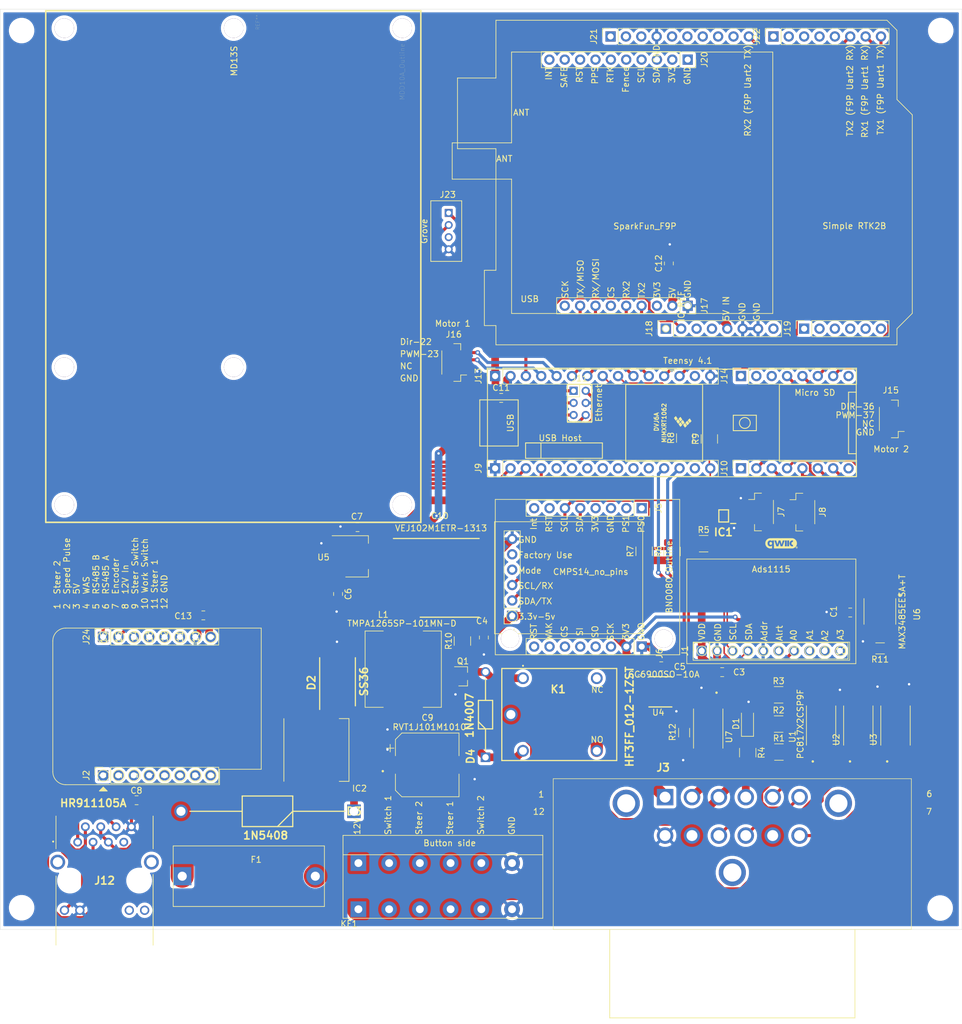
<source format=kicad_pcb>
(kicad_pcb (version 20171130) (host pcbnew "(5.1.10)-1")
  (layers (0 F.Cu signal) (31 B.Cu signal) (34 B.Paste user) (35 F.Paste user) (36 B.SilkS user) (37 F.SilkS user) (38 B.Mask user) (39 F.Mask user) (44 Edge.Cuts user))
  (net 0 "")
  (net 1 GND)
  (net 2 "Net-(C1-Pad1)")
  (net 3 "Net-(F1-Pad2)")
  (net 4 "Net-(J10-Pad3)")
  (net 5 "Net-(D1-Pad1)")
  (net 6 "Net-(J10-Pad6)")
  (net 7 "Net-(J6-Pad8)")
  (net 8 "Net-(J6-Pad7)")
  (net 9 "Net-(J6-Pad6)")
  (net 10 "Net-(J6-Pad5)")
  (net 11 "Net-(J6-Pad4)")
  (net 12 "Net-(J6-Pad3)")
  (net 13 "Net-(J9-Pad7)")
  (net 14 "Net-(J10-Pad5)")
  (net 15 "Net-(J11-Pad2)")
  (net 16 "Net-(J11-Pad1)")
  (net 17 "Net-(IC1-Pad6)")
  (net 18 "Net-(IC1-Pad5)")
  (net 19 "Net-(IC1-Pad4)")
  (net 20 "Net-(IC1-Pad3)")
  (net 21 "Net-(IC1-Pad2)")
  (net 22 "Net-(J9-Pad11)")
  (net 23 "Net-(J9-Pad12)")
  (net 24 "Net-(J10-Pad7)")
  (net 25 "Net-(J10-Pad4)")
  (net 26 "Net-(J11-Pad6)")
  (net 27 "Net-(J11-Pad5)")
  (net 28 "Net-(J11-Pad3)")
  (net 29 "Net-(J14-Pad2)")
  (net 30 "Net-(J15-Pad2)")
  (net 31 "Net-(J20-Pad6)")
  (net 32 "Net-(R1-Pad2)")
  (net 33 "Net-(R2-Pad2)")
  (net 34 "Net-(R3-Pad2)")
  (net 35 "Net-(J19-Pad2)")
  (net 36 "Net-(J21-Pad5)")
  (net 37 "Net-(J21-Pad2)")
  (net 38 "Net-(J21-Pad1)")
  (net 39 "Net-(IC1-Pad7)")
  (net 40 "Net-(D2-Pad1)")
  (net 41 "Net-(D3-Pad2)")
  (net 42 "Net-(D4-Pad2)")
  (net 43 "Net-(J1-Pad10)")
  (net 44 "Net-(J1-Pad9)")
  (net 45 "Net-(J1-Pad8)")
  (net 46 "Net-(J1-Pad6)")
  (net 47 "Net-(J3-PadMH3)")
  (net 48 "Net-(J3-PadMH2)")
  (net 49 "Net-(J3-PadMH1)")
  (net 50 "Net-(J3-Pad11)")
  (net 51 "Net-(J3-Pad10)")
  (net 52 "Net-(J3-Pad9)")
  (net 53 "Net-(J3-Pad8)")
  (net 54 "Net-(J3-Pad7)")
  (net 55 "Net-(J3-Pad4)")
  (net 56 "Net-(J4-Pad5)")
  (net 57 "Net-(J4-Pad4)")
  (net 58 "Net-(J5-Pad8)")
  (net 59 "Net-(J5-Pad7)")
  (net 60 "Net-(J5-Pad4)")
  (net 61 "Net-(J5-Pad3)")
  (net 62 "Net-(J5-Pad2)")
  (net 63 "Net-(J5-Pad1)")
  (net 64 "Net-(J9-Pad14)")
  (net 65 "Net-(J9-Pad13)")
  (net 66 "Net-(J9-Pad10)")
  (net 67 "Net-(J9-Pad9)")
  (net 68 "Net-(J9-Pad8)")
  (net 69 "Net-(J9-Pad6)")
  (net 70 "Net-(J9-Pad5)")
  (net 71 "Net-(J9-Pad4)")
  (net 72 "Net-(J10-Pad8)")
  (net 73 "Net-(J10-Pad2)")
  (net 74 "Net-(J10-Pad1)")
  (net 75 "Net-(J12-Pad11)")
  (net 76 "Net-(J12-Pad12)")
  (net 77 "Net-(J12-Pad7)")
  (net 78 "Net-(J13-Pad14)")
  (net 79 "Net-(J13-Pad13)")
  (net 80 "Net-(J13-Pad12)")
  (net 81 "Net-(J13-Pad11)")
  (net 82 "Net-(J13-Pad10)")
  (net 83 "Net-(J13-Pad7)")
  (net 84 "Net-(J13-Pad6)")
  (net 85 "Net-(J13-Pad5)")
  (net 86 "Net-(J13-Pad4)")
  (net 87 "Net-(J13-Pad3)")
  (net 88 "Net-(J14-Pad8)")
  (net 89 "Net-(J14-Pad7)")
  (net 90 "Net-(J14-Pad6)")
  (net 91 "Net-(J14-Pad5)")
  (net 92 "Net-(J14-Pad4)")
  (net 93 "Net-(J14-Pad3)")
  (net 94 "Net-(J14-Pad1)")
  (net 95 "Net-(J17-Pad3)")
  (net 96 "Net-(J18-Pad4)")
  (net 97 "Net-(J18-Pad3)")
  (net 98 "Net-(J18-Pad1)")
  (net 99 "Net-(J19-Pad6)")
  (net 100 "Net-(J19-Pad5)")
  (net 101 "Net-(J19-Pad4)")
  (net 102 "Net-(J19-Pad3)")
  (net 103 "Net-(J19-Pad1)")
  (net 104 "Net-(J20-Pad9)")
  (net 105 "Net-(J20-Pad8)")
  (net 106 "Net-(J20-Pad7)")
  (net 107 "Net-(J20-Pad5)")
  (net 108 "Net-(J20-Pad3)")
  (net 109 "Net-(J20-Pad2)")
  (net 110 "Net-(J20-Pad1)")
  (net 111 "Net-(J21-Pad3)")
  (net 112 "Net-(K1-Pad5)")
  (net 113 "Net-(K1-Pad2)")
  (net 114 "Net-(Q1-Pad1)")
  (net 115 "Net-(J22-Pad3)")
  (net 116 "Net-(C10-Pad1)")
  (net 117 "Net-(C8-Pad1)")
  (net 118 "Net-(K1-Pad4)")
  (net 119 "Net-(C9-Pad1)")
  (net 120 "Net-(J16-Pad2)")
  (net 121 "Net-(J17-Pad9)")
  (net 122 "Net-(J17-Pad6)")
  (net 123 "Net-(J18-Pad8)")
  (net 124 "Net-(J20-Pad10)")
  (net 125 "Net-(J20-Pad4)")
  (net 126 "Net-(J21-Pad9)")
  (net 127 "Net-(J21-Pad8)")
  (net 128 "Net-(J21-Pad7)")
  (net 129 "Net-(J21-Pad6)")
  (net 130 "Net-(J22-Pad5)")
  (net 131 "Net-(J22-Pad4)")
  (net 132 "Net-(J22-Pad2)")
  (net 133 "Net-(J22-Pad1)")
  (net 134 "Net-(J23-Pad3)")
  (net 135 "Net-(J3-Pad1)")
  (net 136 "Net-(J3-Pad6)")
  (net 137 "Net-(J3-Pad5)")
  (net 138 "Net-(J2-Pad8)")
  (net 139 "Net-(J2-Pad7)")
  (net 140 "Net-(J2-Pad6)")
  (net 141 "Net-(J2-Pad5)")
  (net 142 "Net-(J2-Pad4)")
  (net 143 "Net-(J2-Pad3)")
  (net 144 "Net-(J2-Pad2)")
  (net 145 "Net-(J2-Pad1)")
  (net 146 "Net-(J24-Pad2)")
  (net 147 "Net-(J24-Pad1)")
  (net 148 "Net-(J24-Pad6)")
  (net 149 "Net-(J24-Pad5)")
  (net 150 "Net-(J24-Pad4)")
  (net 151 "Net-(J24-Pad3)")
  (net 152 "Net-(U4-Pad6)")
  (net 153 "Net-(J3-Pad2)")
  (net 154 "Net-(R12-Pad2)")
  (module Resistor_SMD:R_1206_3216Metric (layer F.Cu) (at 133.06552 139.49172 270)
    (fp_text reference R12 (at -0.08128 1.92278 90) (layer F.SilkS))
    (fp_text value 100)
    (pad 2 smd roundrect (at 1.4625 0 270) (size 1.125 1.75) (layers F.Cu F.Paste F.Mask) (roundrect_rratio 0.222222) (net 154 "Net-(R12-Pad2)"))
    (pad 1 smd roundrect (at -1.4625 0 270) (size 1.125 1.75) (layers F.Cu F.Paste F.Mask) (roundrect_rratio 0.222222) (net 65 "Net-(J9-Pad13)"))
  )
  (module Resistor_SMD:R_1206_3216Metric (layer F.Cu) (at 165.46576 125.57506 180)
    (fp_text reference R11 (at 0 -1.82) (layer F.SilkS))
    (fp_text value 120)
    (pad 2 smd roundrect (at 1.4625 0 180) (size 1.125 1.75) (layers F.Cu F.Paste F.Mask) (roundrect_rratio 0.222222) (net 136 "Net-(J3-Pad6)"))
    (pad 1 smd roundrect (at -1.4625 0 180) (size 1.125 1.75) (layers F.Cu F.Paste F.Mask) (roundrect_rratio 0.222222) (net 137 "Net-(J3-Pad5)"))
  )
  (module SamacSys_Parts:DIOM8059X265N (layer F.Cu) (at 75.77328 131.0894 90)
    (fp_text reference D2 (at -0.1524 -4.318 90) (layer F.SilkS) (effects (font (size 1.27 1.27) (thickness 0.254))))
    (fp_text value SS36 (at 0.0508 4.3688 90) (layer F.SilkS) (effects (font (size 1.27 1.27) (thickness 0.254))))
    (pad 2 smd rect (at 3.45 0 90) (size 2.25 3.2) (layers F.Cu F.Paste F.Mask) (net 1 GND))
    (pad 1 smd rect (at -3.45 0 90) (size 2.25 3.2) (layers F.Cu F.Paste F.Mask) (net 40 "Net-(D2-Pad1)"))
  )
  (module MyFootprints:SOIC254P960X420-4N (layer F.Cu) (at 137.05078 138.818 270)
    (fp_text reference U7 (at 1.38492 -3.45186 90) (layer F.SilkS))
    (fp_text value PC817X2CSP9F)
    (pad 4 smd roundrect (at 4.28 -1.27 270) (size 2.15 1.48) (layers F.Cu F.Paste F.Mask) (roundrect_rratio 0.18) (net 153 "Net-(J3-Pad2)"))
    (pad 3 smd roundrect (at 4.28 1.27 270) (size 2.15 1.48) (layers F.Cu F.Paste F.Mask) (roundrect_rratio 0.18) (net 1 GND))
    (pad 2 smd roundrect (at -4.28 1.27 270) (size 2.15 1.48) (layers F.Cu F.Paste F.Mask) (roundrect_rratio 0.18) (net 1 GND))
    (pad 1 smd roundrect (at -4.28 -1.27 270) (size 2.15 1.48) (layers F.Cu F.Paste F.Mask) (roundrect_rratio 0.18) (net 154 "Net-(R12-Pad2)"))
  )
  (module Resistor_SMD:R_1210_3225Metric (layer F.Cu) (at 96.4184 124.36094 90)
    (fp_text reference R10 (at 0 -2.28 90) (layer F.SilkS))
    (fp_text value 1K)
    (pad 2 smd roundrect (at 1.4625 0 90) (size 1.125 2.65) (layers F.Cu F.Paste F.Mask) (roundrect_rratio 0.2222204444444444) (net 71 "Net-(J9-Pad4)"))
    (pad 1 smd roundrect (at -1.4625 0 90) (size 1.125 2.65) (layers F.Cu F.Paste F.Mask) (roundrect_rratio 0.2222204444444444) (net 114 "Net-(Q1-Pad1)"))
  )
  (module MyFootprints:CAPAE1300X1400N (layer F.Cu) (at 92.6846 113.92408)
    (fp_text reference C10 (at 0 -10.2362) (layer F.SilkS))
    (fp_text value VEJ102M1ETR-1313 (at 0.2032 -8.2042) (layer F.SilkS))
    (pad 2 smd rect (at 4.85 0 90) (size 2.35 5.65) (layers F.Cu F.Paste F.Mask) (net 1 GND))
    (pad 1 smd rect (at -4.85 0 90) (size 2.35 5.65) (layers F.Cu F.Paste F.Mask) (net 116 "Net-(C10-Pad1)"))
  )
  (module Capacitor_SMD:C_0805_2012Metric (layer F.Cu) (at 129.28346 128.53162)
    (fp_text reference C5 (at 3.0607 0.06096) (layer F.SilkS))
    (fp_text value 0.1uF)
    (pad 2 smd roundrect (at 0.95 0) (size 1 1.45) (layers F.Cu F.Paste F.Mask) (net 1 GND))
    (pad 1 smd roundrect (at -0.95 0) (size 1 1.45) (layers F.Cu F.Paste F.Mask) (net 2 "Net-(C1-Pad1)"))
  )
  (module MyFootprints:MAX485ESA&plus_T (layer F.Cu) (at 165.4315 119.47184 270)
    (fp_text reference U6 (at 0.4826 -6.1214 90) (layer F.SilkS))
    (fp_text value MAX3485EESA+T (at 0.0762 -3.683 90) (layer F.SilkS))
    (fp_text user * (at -2.719 -3.5888 90) (layer F.SilkS))
    (fp_text user * (at -2.719 -3.5888 90) (layer F.SilkS))
    (pad 8 smd rect (at 2.464999 -1.905 270) (size 1.9812 0.5408) (layers F.Cu F.Paste F.Mask) (net 2 "Net-(C1-Pad1)"))
    (pad 7 smd rect (at 2.464999 -0.635 270) (size 1.9812 0.5408) (layers F.Cu F.Paste F.Mask) (net 137 "Net-(J3-Pad5)"))
    (pad 6 smd rect (at 2.464999 0.635 270) (size 1.9812 0.5408) (layers F.Cu F.Paste F.Mask) (net 136 "Net-(J3-Pad6)"))
    (pad 5 smd rect (at 2.464999 1.905 270) (size 1.9812 0.5408) (layers F.Cu F.Paste F.Mask) (net 1 GND))
    (pad 4 smd rect (at -2.464999 1.905 270) (size 1.9812 0.5408) (layers F.Cu F.Paste F.Mask) (net 4 "Net-(J10-Pad3)"))
    (pad 3 smd rect (at -2.464999 0.635 270) (size 1.9812 0.5408) (layers F.Cu F.Paste F.Mask) (net 4 "Net-(J10-Pad3)"))
    (pad 2 smd rect (at -2.464999 -0.635 270) (size 1.9812 0.5408) (layers F.Cu F.Paste F.Mask) (net 14 "Net-(J10-Pad5)"))
    (pad 1 smd rect (at -2.464999 -1.905 270) (size 1.9812 0.5408) (layers F.Cu F.Paste F.Mask) (net 25 "Net-(J10-Pad4)"))
  )
  (module Connector_PinSocket_2.54mm:PinSocket_1x08_P2.54mm_Vertical (layer F.Cu) (at 37.015 123.6794 90)
    (fp_text reference J24 (at 0 -2.77 90) (layer F.SilkS))
    (fp_text value WemosD1_right)
    (pad 8 thru_hole oval (at 0 17.78 90) (size 1.7 1.7) (drill 1) (layers *.Cu *.Mask) (net 116 "Net-(C10-Pad1)"))
    (pad 7 thru_hole oval (at 0 15.24 90) (size 1.7 1.7) (drill 1) (layers *.Cu *.Mask) (net 1 GND))
    (pad 6 thru_hole oval (at 0 12.7 90) (size 1.7 1.7) (drill 1) (layers *.Cu *.Mask) (net 148 "Net-(J24-Pad6)"))
    (pad 5 thru_hole oval (at 0 10.16 90) (size 1.7 1.7) (drill 1) (layers *.Cu *.Mask) (net 149 "Net-(J24-Pad5)"))
    (pad 4 thru_hole oval (at 0 7.62 90) (size 1.7 1.7) (drill 1) (layers *.Cu *.Mask) (net 150 "Net-(J24-Pad4)"))
    (pad 3 thru_hole oval (at 0 5.08 90) (size 1.7 1.7) (drill 1) (layers *.Cu *.Mask) (net 151 "Net-(J24-Pad3)"))
    (pad 2 thru_hole oval (at 0 2.54 90) (size 1.7 1.7) (drill 1) (layers *.Cu *.Mask) (net 146 "Net-(J24-Pad2)"))
    (pad 1 thru_hole rect (at 0 0 90) (size 1.7 1.7) (drill 1) (layers *.Cu *.Mask) (net 147 "Net-(J24-Pad1)"))
  )
  (module Connector_PinSocket_2.54mm:PinSocket_1x08_P2.54mm_Vertical (layer F.Cu) (at 37.015 146.5394 90)
    (fp_text reference J2 (at 0 -2.77 90) (layer F.SilkS))
    (fp_text value WemosD1_left)
    (pad 8 thru_hole oval (at 0 17.78 90) (size 1.7 1.7) (drill 1) (layers *.Cu *.Mask) (net 138 "Net-(J2-Pad8)"))
    (pad 7 thru_hole oval (at 0 15.24 90) (size 1.7 1.7) (drill 1) (layers *.Cu *.Mask) (net 139 "Net-(J2-Pad7)"))
    (pad 6 thru_hole oval (at 0 12.7 90) (size 1.7 1.7) (drill 1) (layers *.Cu *.Mask) (net 140 "Net-(J2-Pad6)"))
    (pad 5 thru_hole oval (at 0 10.16 90) (size 1.7 1.7) (drill 1) (layers *.Cu *.Mask) (net 141 "Net-(J2-Pad5)"))
    (pad 4 thru_hole oval (at 0 7.62 90) (size 1.7 1.7) (drill 1) (layers *.Cu *.Mask) (net 142 "Net-(J2-Pad4)"))
    (pad 3 thru_hole oval (at 0 5.08 90) (size 1.7 1.7) (drill 1) (layers *.Cu *.Mask) (net 143 "Net-(J2-Pad3)"))
    (pad 2 thru_hole oval (at 0 2.54 90) (size 1.7 1.7) (drill 1) (layers *.Cu *.Mask) (net 144 "Net-(J2-Pad2)"))
    (pad 1 thru_hole rect (at 0 0 90) (size 1.7 1.7) (drill 1) (layers *.Cu *.Mask) (net 145 "Net-(J2-Pad1)"))
  )
  (module Capacitor_SMD:C_0805_2012Metric (layer F.Cu) (at 53.58638 120.12676 180)
    (fp_text reference C13 (at 3.3274 -0.1016) (layer F.SilkS))
    (fp_text value 0.1uF)
    (pad 2 smd roundrect (at 0.95 0 180) (size 1 1.45) (layers F.Cu F.Paste F.Mask) (net 1 GND))
    (pad 1 smd roundrect (at -0.95 0 180) (size 1 1.45) (layers F.Cu F.Paste F.Mask) (net 116 "Net-(C10-Pad1)"))
  )
  (module MyFootprints:WEMOS_D1_mini_light_no_pins (layer F.Cu) (at 37.0459 146.5834 90)
    (fp_text reference REF**)
    (fp_text value WEMOS_D1_mini_light_no_pins)
    (fp_text user 16 (at 22.8346 0.0508 90) (layer F.SilkS))
    (fp_text user 1 (at 0.0762 -0.0508 90) (layer F.SilkS))
    (fp_text user 9 (at 22.9616 17.8308 90) (layer F.SilkS))
    (fp_text user 10 (at 22.9108 15.3416 90) (layer F.SilkS))
    (fp_text user 11 (at 23.0124 12.6746 90) (layer F.SilkS))
    (fp_text user 12 (at 23.0632 10.1346 90) (layer F.SilkS))
    (fp_text user 13 (at 23.0124 7.6454 90) (layer F.SilkS))
    (fp_text user 14 (at 23.0124 5.1816 90) (layer F.SilkS))
    (fp_text user 15 (at 22.86 2.5654 90) (layer F.SilkS))
    (fp_text user 8 (at 0 17.8308 90) (layer F.SilkS))
    (fp_text user 7 (at 0 15.3416 90) (layer F.SilkS))
    (fp_text user 6 (at 0 12.7254 90) (layer F.SilkS))
    (fp_text user 5 (at 0 10.1854 90) (layer F.SilkS))
    (fp_text user 4 (at 0 7.7216 90) (layer F.SilkS))
    (fp_text user 3 (at 0.0254 5.207 90) (layer F.SilkS))
    (fp_text user 2 (at 0.0254 2.5908 90) (layer F.SilkS))
  )
  (module MyFootprints:MDD10A_Outline (layer F.Cu) (at 27.54122 20.25396 270)
    (fp_text reference REF** (at 1.905 -35.052 90) (layer F.SilkS) (effects (font (size 0.6 0.6) (thickness 0.015))))
    (fp_text value MDD10A_Outline (at 10.0838 -58.928 90) (layer F.SilkS) (effects (font (size 0.787402 0.787402) (thickness 0.015))))
    (fp_text user MD13S (at 8.3058 -31.1404 90) (layer F.SilkS))
    (pad 8 thru_hole circle (at 2.88 -31.06 270) (size 3.2 3.2) (drill 3.2) (layers *.Cu *.Mask))
    (pad 8 thru_hole circle (at 58.88 -31.06 270) (size 3.2 3.2) (drill 3.2) (layers *.Cu *.Mask))
    (pad 8 thru_hole circle (at 58.88 -3.06 270) (size 3.2 3.2) (drill 3.2) (layers *.Cu *.Mask))
    (pad 8 thru_hole circle (at 2.88 -3.06 270) (size 3.2 3.2) (drill 3.2) (layers *.Cu *.Mask))
    (pad 8 thru_hole circle (at 2.88 -58.94 270) (size 3.2 3.2) (drill 3.2) (layers *.Cu *.Mask))
    (pad 8 thru_hole circle (at 81.62 -58.94 270) (size 3.2 3.2) (drill 3.2) (layers *.Cu *.Mask))
    (pad 8 thru_hole circle (at 81.62 -3.06 270) (size 3.2 3.2) (drill 3.2) (layers *.Cu *.Mask))
  )
  (module Capacitor_SMD:C_0805_2012Metric (layer F.Cu) (at 75.86472 116.59108 270)
    (fp_text reference C6 (at 0 -1.68 90) (layer F.SilkS))
    (fp_text value 10uF)
    (pad 2 smd roundrect (at 0.95 0 270) (size 1 1.45) (layers F.Cu F.Paste F.Mask) (net 1 GND))
    (pad 1 smd roundrect (at -0.95 0 270) (size 1 1.45) (layers F.Cu F.Paste F.Mask) (net 116 "Net-(C10-Pad1)"))
  )
  (module MyFootprints:SOIC127P600X175-8N (layer F.Cu) (at 129.14376 132.74802)
    (fp_text reference U4 (at -0.34036 3.41122) (layer F.SilkS))
    (fp_text value CC6900SO-10A (at 0.56896 -2.87274) (layer F.SilkS))
    (pad 5 smd rect (at 2.7 1.905) (size 1.55 0.6) (layers F.Cu F.Paste F.Mask) (net 1 GND))
    (pad 6 smd rect (at 2.7 0.635) (size 1.55 0.6) (layers F.Cu F.Paste F.Mask) (net 152 "Net-(U4-Pad6)"))
    (pad 8 smd rect (at 2.7 -1.905) (size 1.55 0.6) (layers F.Cu F.Paste F.Mask) (net 2 "Net-(C1-Pad1)"))
    (pad 4 smd rect (at -2.7 1.905 180) (size 1.55 0.6) (layers F.Cu F.Paste F.Mask) (net 135 "Net-(J3-Pad1)"))
    (pad 3 smd rect (at -2.7 0.635) (size 1.55 0.6) (layers F.Cu F.Paste F.Mask) (net 135 "Net-(J3-Pad1)"))
    (pad 1 smd rect (at -2.7 -1.905) (size 1.55 0.6) (layers F.Cu F.Paste F.Mask) (net 118 "Net-(K1-Pad4)"))
    (pad 7 smd rect (at 2.7 -0.635) (size 1.55 0.6) (layers F.Cu F.Paste F.Mask) (net 23 "Net-(J9-Pad12)"))
    (pad 2 smd rect (at -2.7 -0.635) (size 1.55 0.6) (layers F.Cu F.Paste F.Mask) (net 118 "Net-(K1-Pad4)"))
  )
  (module MyFootprints:SOIC254P960X420-4N (layer F.Cu) (at 161.862 138.318 90)
    (fp_text reference U2 (at -2.325 -3.635 90) (layer F.SilkS))
    (fp_text value PC817X2CSP9F)
    (pad 4 smd roundrect (at 4.28 -1.27 90) (size 2.15 1.48) (layers F.Cu F.Paste F.Mask) (roundrect_rratio 0.18) (net 24 "Net-(J10-Pad7)"))
    (pad 3 smd roundrect (at 4.28 1.27 90) (size 2.15 1.48) (layers F.Cu F.Paste F.Mask) (roundrect_rratio 0.18) (net 1 GND))
    (pad 2 smd roundrect (at -4.28 1.27 90) (size 2.15 1.48) (layers F.Cu F.Paste F.Mask) (roundrect_rratio 0.18) (net 52 "Net-(J3-Pad9)"))
    (pad 1 smd roundrect (at -4.28 -1.27 90) (size 2.15 1.48) (layers F.Cu F.Paste F.Mask) (roundrect_rratio 0.18) (net 33 "Net-(R2-Pad2)"))
  )
  (module MyFootprints:SOIC254P960X420-4N (layer F.Cu) (at 155.712 138.318 90)
    (fp_text reference U1 (at -1.83412 -4.74456 90) (layer F.SilkS))
    (fp_text value PC817X2CSP9F (at 0.254 -3.429 90) (layer F.SilkS))
    (pad 4 smd roundrect (at 4.28 -1.27 90) (size 2.15 1.48) (layers F.Cu F.Paste F.Mask) (roundrect_rratio 0.18) (net 6 "Net-(J10-Pad6)"))
    (pad 3 smd roundrect (at 4.28 1.27 90) (size 2.15 1.48) (layers F.Cu F.Paste F.Mask) (roundrect_rratio 0.18) (net 1 GND))
    (pad 2 smd roundrect (at -4.28 1.27 90) (size 2.15 1.48) (layers F.Cu F.Paste F.Mask) (roundrect_rratio 0.18) (net 51 "Net-(J3-Pad10)"))
    (pad 1 smd roundrect (at -4.28 -1.27 90) (size 2.15 1.48) (layers F.Cu F.Paste F.Mask) (roundrect_rratio 0.18) (net 32 "Net-(R1-Pad2)"))
  )
  (module Capacitor_SMD:CP_Elec_10x10 (layer F.Cu) (at 90.59926 144.8181)
    (fp_text reference C9 (at 0.0508 -7.7978) (layer F.SilkS))
    (fp_text value RVT1J101M1010 (at 0.3556 -6.2484) (layer F.SilkS))
    (pad 2 smd roundrect (at 4 0) (size 4 2.5) (layers F.Cu F.Paste F.Mask) (roundrect_rratio 0.1) (net 1 GND))
    (pad 1 smd roundrect (at -4 0) (size 4 2.5) (layers F.Cu F.Paste F.Mask) (roundrect_rratio 0.1) (net 119 "Net-(C9-Pad1)"))
  )
  (module MyFootprints:TMPA1265SP-101MN-D (layer F.Cu) (at 86.63432 129.00914 90)
    (fp_text reference L1 (at 9.00684 -3.302 180) (layer F.SilkS))
    (fp_text value TMPA1265SP-101MN-D (at 7.55904 -0.22606) (layer F.SilkS))
    (pad 2 smd rect (at 4.95 0 90) (size 2.9 5.4) (layers F.Cu F.Paste F.Mask) (net 116 "Net-(C10-Pad1)"))
    (pad 1 smd rect (at -4.95 0 90) (size 2.9 5.4) (layers F.Cu F.Paste F.Mask) (net 40 "Net-(D2-Pad1)"))
  )
  (module MyFootprints:HR911105A (layer F.Cu) (at 32.8168 157.57398 180)
    (fp_text reference J12 (at -4.45 -6.35) (layer F.SilkS) (effects (font (size 1.27 1.27) (thickness 0.254))))
    (fp_text value HR911105A (at -2.58064 6.44144) (layer F.SilkS) (effects (font (size 1.27 1.27) (thickness 0.254))))
    (pad MH4 np_thru_hole circle (at -10.16 -6.35 180) (size 3.25 0) (drill 3.25) (layers *.Cu *.Mask))
    (pad MH3 np_thru_hole circle (at 1.27 -6.35 180) (size 3.25 0) (drill 3.25) (layers *.Cu *.Mask))
    (pad MH2 thru_hole circle (at -12.19 -3.3 180) (size 2.445 2.445) (drill 1.63) (layers *.Cu *.Mask))
    (pad MH1 thru_hole circle (at 3.3 -3.3 180) (size 2.445 2.445) (drill 1.63) (layers *.Cu *.Mask))
    (pad 12 thru_hole circle (at -11.07 -11.25 180) (size 1.53 1.53) (drill 1.02) (layers *.Cu *.Mask) (net 76 "Net-(J12-Pad12)"))
    (pad 11 thru_hole circle (at -8.53 -11.25 180) (size 1.53 1.53) (drill 1.02) (layers *.Cu *.Mask) (net 75 "Net-(J12-Pad11)"))
    (pad 10 thru_hole circle (at -0.36 -11.25 180) (size 1.53 1.53) (drill 1.02) (layers *.Cu *.Mask) (net 1 GND))
    (pad 9 thru_hole circle (at 2.18 -11.25 180) (size 1.53 1.53) (drill 1.02) (layers *.Cu *.Mask) (net 28 "Net-(J11-Pad3)"))
    (pad 8 thru_hole circle (at -8.89 2.54 180) (size 1.446 1.446) (drill 0.89) (layers *.Cu *.Mask) (net 1 GND))
    (pad 7 thru_hole circle (at -7.62 0 180) (size 1.446 1.446) (drill 0.89) (layers *.Cu *.Mask) (net 77 "Net-(J12-Pad7)"))
    (pad 6 thru_hole circle (at -6.35 2.54 180) (size 1.446 1.446) (drill 0.89) (layers *.Cu *.Mask) (net 15 "Net-(J11-Pad2)"))
    (pad 5 thru_hole circle (at -5.08 0 180) (size 1.446 1.446) (drill 0.89) (layers *.Cu *.Mask) (net 117 "Net-(C8-Pad1)"))
    (pad 4 thru_hole circle (at -3.81 2.54 180) (size 1.446 1.446) (drill 0.89) (layers *.Cu *.Mask) (net 117 "Net-(C8-Pad1)"))
    (pad 3 thru_hole circle (at -2.54 0 180) (size 1.446 1.446) (drill 0.89) (layers *.Cu *.Mask) (net 16 "Net-(J11-Pad1)"))
    (pad 2 thru_hole circle (at -1.27 2.54 180) (size 1.446 1.446) (drill 0.89) (layers *.Cu *.Mask) (net 27 "Net-(J11-Pad5)"))
    (pad 1 thru_hole circle (at 0 0 180) (size 1.446 1.446) (drill 0.89) (layers *.Cu *.Mask) (net 26 "Net-(J11-Pad6)"))
  )
  (module MyFootprints:1N4007 (layer F.Cu) (at 100.23856 143.56588 90)
    (fp_text reference D4 (at 0.1524 -2.4765 90) (layer F.SilkS) (effects (font (size 1.27 1.27) (thickness 0.254))))
    (fp_text value 1N4007 (at 6.9342 -2.6416 90) (layer F.SilkS) (effects (font (size 1.27 1.27) (thickness 0.254))))
    (pad 2 thru_hole circle (at 14.1 0 90) (size 1.575 1.575) (drill 1.05) (layers *.Cu *.Mask) (net 42 "Net-(D4-Pad2)"))
    (pad 1 thru_hole rect (at 0 0 90) (size 1.575 1.575) (drill 1.05) (layers *.Cu *.Mask) (net 116 "Net-(C10-Pad1)"))
  )
  (module MyFootprints:HF3FF0121ZST (layer F.Cu) (at 106.42854 130.49758)
    (fp_text reference K1 (at 5.8166 1.8288) (layer F.SilkS) (effects (font (size 1.27 1.27) (thickness 0.254))))
    (fp_text value HF3FF_012-1ZST (at 17.61998 6.36524 90) (layer F.SilkS) (effects (font (size 1.27 1.27) (thickness 0.254))))
    (fp_text user NO (at 12.2428 10.16) (layer F.SilkS))
    (fp_text user NC (at 12.2936 1.905) (layer F.SilkS))
    (pad 5 thru_hole circle (at 12.2 0) (size 1.95 1.95) (drill 1.3) (layers *.Cu *.Mask) (net 112 "Net-(K1-Pad5)"))
    (pad 4 thru_hole circle (at 12.2 12) (size 1.95 1.95) (drill 1.3) (layers *.Cu *.Mask) (net 118 "Net-(K1-Pad4)"))
    (pad 3 thru_hole circle (at 0 12) (size 1.95 1.95) (drill 1.3) (layers *.Cu *.Mask) (net 116 "Net-(C10-Pad1)"))
    (pad 2 thru_hole circle (at -2 6) (size 2.25 2.25) (drill 1.5) (layers *.Cu *.Mask) (net 113 "Net-(K1-Pad2)"))
    (pad 1 thru_hole circle (at 0 0) (size 1.95 1.95) (drill 1.3) (layers *.Cu *.Mask) (net 42 "Net-(D4-Pad2)"))
  )
  (module MyFootprints:KF142V-5.08-6P (layer F.Cu) (at 109.7026 170.1546 180)
    (fp_text reference KF1 (at 32.0294 -0.9144) (layer F.SilkS))
    (fp_text value KF142V-5.0-6P)
    (fp_text user "Button side" (at 15.3924 12.4206) (layer F.SilkS))
    (pad 6 thru_hole circle (at 5.08 9.12 180) (size 2.6 2.6) (drill 1.3) (layers *.Cu *.Mask) (net 1 GND))
    (pad 6 thru_hole circle (at 5.08 1.5 180) (size 2.6 2.6) (drill 1.3) (layers *.Cu *.Mask) (net 1 GND))
    (pad 5 thru_hole circle (at 10.16 9.12 180) (size 2.6 2.6) (drill 1.3) (layers *.Cu *.Mask) (net 53 "Net-(J3-Pad8)"))
    (pad 5 thru_hole circle (at 10.16 1.5 180) (size 2.6 2.6) (drill 1.3) (layers *.Cu *.Mask) (net 53 "Net-(J3-Pad8)"))
    (pad 4 thru_hole circle (at 15.24 9.12 180) (size 2.6 2.6) (drill 1.3) (layers *.Cu *.Mask) (net 50 "Net-(J3-Pad11)"))
    (pad 4 thru_hole circle (at 15.24 1.5 180) (size 2.6 2.6) (drill 1.3) (layers *.Cu *.Mask) (net 50 "Net-(J3-Pad11)"))
    (pad 3 thru_hole circle (at 20.32 9.12 180) (size 2.6 2.6) (drill 1.3) (layers *.Cu *.Mask) (net 113 "Net-(K1-Pad2)"))
    (pad 3 thru_hole circle (at 20.32 1.5 180) (size 2.6 2.6) (drill 1.3) (layers *.Cu *.Mask) (net 113 "Net-(K1-Pad2)"))
    (pad 2 thru_hole circle (at 25.4 9.12 180) (size 2.6 2.6) (drill 1.3) (layers *.Cu *.Mask) (net 3 "Net-(F1-Pad2)"))
    (pad 2 thru_hole circle (at 25.4 1.5 180) (size 2.6 2.6) (drill 1.3) (layers *.Cu *.Mask) (net 3 "Net-(F1-Pad2)"))
    (pad 1 thru_hole rect (at 30.48 9.12 180) (size 2.6 2.6) (drill 1.3) (layers *.Cu *.Mask) (net 3 "Net-(F1-Pad2)"))
    (pad 1 thru_hole rect (at 30.48 1.5 180) (size 2.6 2.6) (drill 1.3) (layers *.Cu *.Mask) (net 3 "Net-(F1-Pad2)"))
  )
  (module MyFootprints:DO-201AD-28 (layer F.Cu) (at 78.49362 152.48128 180)
    (fp_text reference D3 (at 0 0) (layer F.SilkS) (effects (font (size 1.27 1.27) (thickness 0.254))))
    (fp_text value 1N5408 (at 14.61008 -3.99542) (layer F.SilkS) (effects (font (size 1.27 1.27) (thickness 0.254))))
    (pad 2 thru_hole circle (at 28.6 0 180) (size 2.25 2.25) (drill 1.5) (layers *.Cu *.Mask) (net 41 "Net-(D3-Pad2)"))
    (pad 1 thru_hole rect (at 0 0 180) (size 2.25 2.25) (drill 1.5) (layers *.Cu *.Mask) (net 119 "Net-(C9-Pad1)"))
  )
  (module MountingHole:MountingHole_3.2mm_M3 (layer F.Cu) (at 23.54834 23.53564)
    (fp_text reference " " (at 0 -4.2) (layer F.SilkS))
    (fp_text value " ")
    (pad 1 np_thru_hole circle (at 0 0) (size 3.2 3.2) (drill 3.2) (layers *.Cu *.Mask))
  )
  (module MountingHole:MountingHole_3.2mm_M3 (layer F.Cu) (at 175.49368 23.53564)
    (fp_text reference " " (at 0 -4.2) (layer F.SilkS))
    (fp_text value " ")
    (pad 1 np_thru_hole circle (at 0 0) (size 3.2 3.2) (drill 3.2) (layers *.Cu *.Mask))
  )
  (module MountingHole:MountingHole_3.2mm_M3 (layer F.Cu) (at 175.39462 168.46042)
    (fp_text reference " " (at 0 -4.2) (layer F.SilkS))
    (fp_text value " ")
    (pad 1 np_thru_hole circle (at 0 0) (size 3.2 3.2) (drill 3.2) (layers *.Cu *.Mask))
  )
  (module MountingHole:MountingHole_3.2mm_M3 (layer F.Cu) (at 23.55088 168.40962)
    (fp_text reference " " (at 0 -4.2) (layer F.SilkS))
    (fp_text value " ")
    (pad 1 np_thru_hole circle (at 0 0) (size 3.2 3.2) (drill 3.2) (layers *.Cu *.Mask))
  )
  (module MyFootprints:Qwic_vertical (layer F.Cu) (at 167.3606 87.6808 90)
    (fp_text reference J15 (at 4.7371 -0.127 180) (layer F.SilkS))
    (fp_text value "Motor 2")
    (pad MP smd roundrect (at 2.8 -1.2 90) (size 1.2 1.8) (layers F.Cu F.Paste F.Mask) (roundrect_rratio 0.2083325))
    (pad MP smd roundrect (at -2.8 -1.2 90) (size 1.2 1.8) (layers F.Cu F.Paste F.Mask) (roundrect_rratio 0.2083325))
    (pad 4 smd roundrect (at 1.5 1.325 90) (size 0.6 1.55) (layers F.Cu F.Paste F.Mask) (net 91 "Net-(J14-Pad5)"))
    (pad 3 smd roundrect (at 0.5 1.325 90) (size 0.6 1.55) (layers F.Cu F.Paste F.Mask) (net 92 "Net-(J14-Pad4)"))
    (pad 2 smd roundrect (at -0.5 1.325 90) (size 0.6 1.55) (layers F.Cu F.Paste F.Mask) (net 30 "Net-(J15-Pad2)"))
    (pad 1 smd roundrect (at -1.5 1.325 90) (size 0.6 1.55) (layers F.Cu F.Paste F.Mask) (net 1 GND))
  )
  (module Capacitor_SMD:C_0805_2012Metric (layer F.Cu) (at 99.96424 123.78182 270)
    (fp_text reference C4 (at -2.7305 0.31242 180) (layer F.SilkS))
    (fp_text value 0.1uF)
    (pad 2 smd roundrect (at 0.95 0 270) (size 1 1.45) (layers F.Cu F.Paste F.Mask) (net 1 GND))
    (pad 1 smd roundrect (at -0.95 0 270) (size 1 1.45) (layers F.Cu F.Paste F.Mask) (net 2 "Net-(C1-Pad1)"))
  )
  (module Capacitor_SMD:C_0805_2012Metric (layer F.Cu) (at 160.528 119.65178 180)
    (fp_text reference C1 (at 2.7305 0.1524 270) (layer F.SilkS))
    (fp_text value 0.1uF)
    (pad 2 smd roundrect (at 0.95 0 180) (size 1 1.45) (layers F.Cu F.Paste F.Mask) (net 1 GND))
    (pad 1 smd roundrect (at -0.95 0 180) (size 1 1.45) (layers F.Cu F.Paste F.Mask) (net 2 "Net-(C1-Pad1)"))
  )
  (module MyFootprints:Grove (layer F.Cu) (at 94.1451 56.6547 270)
    (fp_text reference J23 (at -6.0198 0.1524 180) (layer F.SilkS))
    (fp_text value Grove (at 0.0254 4.0386 90) (layer F.SilkS))
    (pad 4 thru_hole circle (at 3 0 270) (size 1.308 1.308) (drill 0.8) (layers *.Cu *.Mask) (net 1 GND))
    (pad 3 thru_hole circle (at 1 0 270) (size 1.308 1.308) (drill 0.8) (layers *.Cu *.Mask) (net 134 "Net-(J23-Pad3)"))
    (pad 2 thru_hole circle (at -1 0 270) (size 1.308 1.308) (drill 0.8) (layers *.Cu *.Mask) (net 86 "Net-(J13-Pad4)"))
    (pad 1 thru_hole rect (at -3 0 270) (size 1.308 1.308) (drill 0.8) (layers *.Cu *.Mask) (net 85 "Net-(J13-Pad5)"))
  )
  (module MyFootprints:QwiicLogo (layer F.Cu) (at 149.1234 108.1786)
    (fp_text reference G*** hide)
    (fp_text value LOGO hide)
  )
  (module MyFootprints:ads1115_no_pins (layer F.Cu) (at 134.38124 127.58674)
    (fp_text reference REF**)
    (fp_text value Ads1115 (at 13.081 -15.0876) (layer F.SilkS))
    (fp_text user 10 (at 24.6126 -1.5748) (layer F.SilkS))
    (fp_text user 9 (at 21.9964 -1.6256) (layer F.SilkS))
    (fp_text user 8 (at 19.4818 -1.6002) (layer F.SilkS))
    (fp_text user 7 (at 16.9164 -1.5748) (layer F.SilkS))
    (fp_text user 6 (at 14.3256 -1.6002) (layer F.SilkS))
    (fp_text user 5 (at 11.8364 -1.5748) (layer F.SilkS))
    (fp_text user 4 (at 9.1948 -1.524) (layer F.SilkS))
    (fp_text user 3 (at 6.731 -1.5748) (layer F.SilkS))
    (fp_text user 2 (at 4.191 -1.6002) (layer F.SilkS))
    (fp_text user 1 (at 1.651 -1.6002) (layer F.SilkS))
    (fp_text user A3 (at 24.5364 -4.2672 90) (layer F.SilkS))
    (fp_text user A2 (at 21.971 -4.1402 90) (layer F.SilkS))
    (fp_text user A1 (at 19.4564 -4.2672 90) (layer F.SilkS))
    (fp_text user A0 (at 16.7894 -4.2164 90) (layer F.SilkS))
    (fp_text user Alrt (at 14.4526 -4.5212 90) (layer F.SilkS))
    (fp_text user Addr (at 11.9126 -4.8514 90) (layer F.SilkS))
    (fp_text user SDA (at 9.398 -4.7244 90) (layer F.SilkS))
    (fp_text user SCL (at 6.7818 -4.699 90) (layer F.SilkS))
    (fp_text user GND (at 4.2672 -4.6482 90) (layer F.SilkS))
    (fp_text user VDD (at 1.6256 -4.7752 90) (layer F.SilkS))
  )
  (module MyFootprints:Teensy41_no_pins (layer F.Cu) (at 131.0386 88.3412)
    (fp_text reference -- (at -0.5334 -8.6868) (layer F.SilkS))
    (fp_text value "Teensy 4.1" (at 2.6162 -10.287) (layer F.SilkS))
    (fp_text user "USB Host" (at -18.4658 2.4892) (layer F.SilkS))
    (fp_text user Ethernet (at -12.065 -3.2766 90) (layer F.SilkS))
    (fp_text user USB (at -26.67 0 270) (layer F.SilkS))
    (fp_text user "Micro SD" (at 23.6474 -5.0038) (layer F.SilkS))
    (fp_text user MIMXRT1062 (at -1.27 0 -90) (layer F.SilkS) (effects (font (size 0.7 0.7))))
    (fp_text user DVJ6A (at -2.54 -0.18 -90) (layer F.SilkS) (effects (font (size 0.7 0.7))))
  )
  (module MyFootprints:CMPS14_no_pins (layer F.Cu) (at 101.727 104.65308)
    (fp_text reference M1)
    (fp_text value CMPS14_no_pins (at 15.9004 8.2804) (layer F.SilkS))
    (fp_text user 1 (at 2.8956 15.5702) (layer F.SilkS))
    (fp_text user GND (at 5.461 2.9718) (layer F.SilkS))
    (fp_text user "Factory Use" (at 8.413381 5.5118) (layer F.SilkS))
    (fp_text user Mode (at 5.841953 8.0518) (layer F.SilkS))
    (fp_text user SCL/RX (at 6.818143 10.5918) (layer F.SilkS))
    (fp_text user SDA/TX (at 6.722905 13.1318) (layer F.SilkS))
    (fp_text user 3.3v-5v (at 6.98481 15.6718) (layer F.SilkS))
  )
  (module MyFootprints:BNO080_Outline (layer F.Cu) (at 132.334 126.62408 180)
    (fp_text reference REF**)
    (fp_text value BNO080_Outline (at 1.7272 12.8524 90) (layer F.SilkS))
    (fp_text user RST (at 24.13 3.81 90) (layer F.SilkS))
    (fp_text user WAK (at 21.59 3.81 90) (layer F.SilkS))
    (fp_text user CS (at 19.05 3.81 90) (layer F.SilkS))
    (fp_text user SI (at 16.51 3.81 90) (layer F.SilkS))
    (fp_text user SO (at 13.97 3.81 90) (layer F.SilkS))
    (fp_text user SCK (at 11.43 3.81 90) (layer F.SilkS))
    (fp_text user 3V3 (at 8.89 3.81 90) (layer F.SilkS))
    (fp_text user GND (at 6.35 3.81 90) (layer F.SilkS))
    (fp_text user Int (at 24.13 21.59 90) (layer F.SilkS))
    (fp_text user RST (at 21.59 21.59 90) (layer F.SilkS))
    (fp_text user SCL (at 19.05 21.59 90) (layer F.SilkS))
    (fp_text user SDA (at 16.51 21.59 90) (layer F.SilkS))
    (fp_text user 3V3 (at 13.97 21.59 90) (layer F.SilkS))
    (fp_text user GND (at 11.43 21.59 90) (layer F.SilkS))
    (fp_text user PS1 (at 8.89 21.59 90) (layer F.SilkS))
    (fp_text user PS0 (at 6.35 21.59 90) (layer F.SilkS))
    (pad "" thru_hole circle (at 28.04 2.64 180) (size 3 3) (drill 3) (layers *.Cu *.Mask))
    (pad "" thru_hole circle (at 2.64 2.64 180) (size 3 3) (drill 3) (layers *.Cu *.Mask))
  )
  (module MyFootprints:SF_F9P_SMA_No_Pins (layer F.Cu) (at 147.7264 70.2564 180)
    (fp_text reference REF**)
    (fp_text value SparkFun_F9P (at 21.1328 14.4018) (layer F.SilkS))
    (fp_text user ANT (at 44.3738 25.5486) (layer F.SilkS))
    (fp_text user INT (at 37.0332 39.674752 90) (layer F.SilkS))
    (fp_text user SAFE (at 34.487552 39.031895 90) (layer F.SilkS))
    (fp_text user RST (at 31.941908 39.460466 90) (layer F.SilkS))
    (fp_text user PPS (at 29.396264 39.341419 90) (layer F.SilkS))
    (fp_text user RTK (at 26.85062 39.436657 90) (layer F.SilkS))
    (fp_text user Fence (at 24.304976 38.650943 90) (layer F.SilkS))
    (fp_text user SCL (at 21.759332 39.436657 90) (layer F.SilkS))
    (fp_text user SDA (at 19.213688 39.412847 90) (layer F.SilkS))
    (fp_text user 3V3 (at 16.668044 39.436657 90) (layer F.SilkS))
    (fp_text user GND (at 14.1224 39.2938 90) (layer F.SilkS))
    (fp_text user SCK (at 34.3154 3.9624 90) (layer F.SilkS))
    (fp_text user TX/MISO (at 31.784925 5.676685 90) (layer F.SilkS))
    (fp_text user RX/MOSI (at 29.25445 5.795733 90) (layer F.SilkS))
    (fp_text user CS (at 26.723975 3.4624 90) (layer F.SilkS))
    (fp_text user RX2 (at 24.1935 3.93859 90) (layer F.SilkS))
    (fp_text user TX2 (at 21.663025 3.819543 90) (layer F.SilkS))
    (fp_text user 3V3 (at 19.13255 3.867162 90) (layer F.SilkS))
    (fp_text user 5V (at 16.602075 3.390971 90) (layer F.SilkS))
    (fp_text user GND (at 14.0716 4.010019 90) (layer F.SilkS))
  )
  (module MyFootprints:SimpleRTK2B_no_pins (layer F.Cu) (at 170.0022 72.771 180)
    (fp_text reference REF**)
    (fp_text value "Simple RTK2B" (at 8.7884 16.9672) (layer F.SilkS))
    (fp_text user ANT (at 63.8556 35.687) (layer F.SilkS))
    (fp_text user USB (at 62.4586 4.9022) (layer F.SilkS))
    (fp_text user "IO REF" (at 37.3888 3.7338 90) (layer F.SilkS))
    (fp_text user "5V IN" (at 29.9974 3.333809 90) (layer F.SilkS))
    (fp_text user GND (at 27.3304 2.81 90) (layer F.SilkS))
    (fp_text user GND (at 24.9428 2.81 90) (layer F.SilkS))
    (fp_text user GND (at 41.4782 45.3644 90) (layer F.SilkS))
    (fp_text user "RX2 (F9P Uart2 TX)" (at 26.416 39.316781 90) (layer F.SilkS))
    (fp_text user "TX2 (F9P Uart2 RX)" (at 9.525 39.316781 270) (layer F.SilkS))
    (fp_text user "RX1 (F9P Uart1 RX)" (at 7.0612 39.197733 90) (layer F.SilkS))
    (fp_text user "TX1 (F9P Uart1 TX)" (at 4.4704 39.435828 270) (layer F.SilkS))
  )
  (module Package_TO_SOT_SMD:SOT-223 (layer F.Cu) (at 78.97114 110.37824)
    (fp_text reference U5 (at -5.52196 0.14986) (layer F.SilkS))
    (fp_text value AZ1117H-3.3TRE1)
    (pad 1 smd rect (at -3.15 -2.3) (size 2 1.5) (layers F.Cu F.Paste F.Mask) (net 1 GND))
    (pad 3 smd rect (at -3.15 2.3) (size 2 1.5) (layers F.Cu F.Paste F.Mask) (net 116 "Net-(C10-Pad1)"))
    (pad 2 smd rect (at -3.15 0) (size 2 1.5) (layers F.Cu F.Paste F.Mask) (net 2 "Net-(C1-Pad1)"))
    (pad 4 smd rect (at 3.15 0) (size 2 3.8) (layers F.Cu F.Paste F.Mask))
  )
  (module MyFootprints:SOIC254P960X420-4N (layer F.Cu) (at 168.012 138.318 90)
    (fp_text reference U3 (at -2.325 -3.635 90) (layer F.SilkS))
    (fp_text value PC817X2CSP9F)
    (pad 4 smd roundrect (at 4.28 -1.27 90) (size 2.15 1.48) (layers F.Cu F.Paste F.Mask) (roundrect_rratio 0.18) (net 73 "Net-(J10-Pad2)"))
    (pad 3 smd roundrect (at 4.28 1.27 90) (size 2.15 1.48) (layers F.Cu F.Paste F.Mask) (roundrect_rratio 0.18) (net 1 GND))
    (pad 2 smd roundrect (at -4.28 1.27 90) (size 2.15 1.48) (layers F.Cu F.Paste F.Mask) (roundrect_rratio 0.18) (net 54 "Net-(J3-Pad7)"))
    (pad 1 smd roundrect (at -4.28 -1.27 90) (size 2.15 1.48) (layers F.Cu F.Paste F.Mask) (roundrect_rratio 0.18) (net 34 "Net-(R3-Pad2)"))
  )
  (module Resistor_SMD:R_1210_3225Metric (layer F.Cu) (at 137.2362 90.9828 90)
    (fp_text reference R9 (at 0 -2.28 90) (layer F.SilkS))
    (fp_text value 217)
    (pad 2 smd roundrect (at 1.4625 0 90) (size 1.125 2.65) (layers F.Cu F.Paste F.Mask) (roundrect_rratio 0.2222204444444444) (net 19 "Net-(IC1-Pad4)"))
    (pad 1 smd roundrect (at -1.4625 0 90) (size 1.125 2.65) (layers F.Cu F.Paste F.Mask) (roundrect_rratio 0.2222204444444444) (net 21 "Net-(IC1-Pad2)"))
  )
  (module Resistor_SMD:R_1210_3225Metric (layer F.Cu) (at 133.1722 90.8304 90)
    (fp_text reference R8 (at 0 -2.28 90) (layer F.SilkS))
    (fp_text value 217)
    (pad 2 smd roundrect (at 1.4625 0 90) (size 1.125 2.65) (layers F.Cu F.Paste F.Mask) (roundrect_rratio 0.2222204444444444) (net 20 "Net-(IC1-Pad3)"))
    (pad 1 smd roundrect (at -1.4625 0 90) (size 1.125 2.65) (layers F.Cu F.Paste F.Mask) (roundrect_rratio 0.2222204444444444) (net 21 "Net-(IC1-Pad2)"))
  )
  (module Resistor_SMD:R_1210_3225Metric (layer F.Cu) (at 126.4539 109.53442 90)
    (fp_text reference R7 (at 0 -2.28 90) (layer F.SilkS))
    (fp_text value 341)
    (pad 2 smd roundrect (at 1.4625 0 90) (size 1.125 2.65) (layers F.Cu F.Paste F.Mask) (roundrect_rratio 0.2222204444444444) (net 17 "Net-(IC1-Pad6)"))
    (pad 1 smd roundrect (at -1.4625 0 90) (size 1.125 2.65) (layers F.Cu F.Paste F.Mask) (roundrect_rratio 0.2222204444444444) (net 116 "Net-(C10-Pad1)"))
  )
  (module Resistor_SMD:R_1210_3225Metric (layer F.Cu) (at 131.0767 109.57052 90)
    (fp_text reference R6 (at 0 -2.28 90) (layer F.SilkS))
    (fp_text value 341)
    (pad 2 smd roundrect (at 1.4625 0 90) (size 1.125 2.65) (layers F.Cu F.Paste F.Mask) (roundrect_rratio 0.2222204444444444) (net 18 "Net-(IC1-Pad5)"))
    (pad 1 smd roundrect (at -1.4625 0 90) (size 1.125 2.65) (layers F.Cu F.Paste F.Mask) (roundrect_rratio 0.2222204444444444) (net 116 "Net-(C10-Pad1)"))
  )
  (module Resistor_SMD:R_1210_3225Metric (layer F.Cu) (at 136.2964 108.28274)
    (fp_text reference R5 (at 0 -2.28) (layer F.SilkS))
    (fp_text value 200K)
    (pad 2 smd roundrect (at 1.4625 0) (size 1.125 2.65) (layers F.Cu F.Paste F.Mask) (roundrect_rratio 0.2222204444444444) (net 39 "Net-(IC1-Pad7)"))
    (pad 1 smd roundrect (at -1.4625 0) (size 1.125 2.65) (layers F.Cu F.Paste F.Mask) (roundrect_rratio 0.2222204444444444) (net 116 "Net-(C10-Pad1)"))
  )
  (module Resistor_SMD:R_1210_3225Metric (layer F.Cu) (at 143.5862 142.79372 270)
    (fp_text reference R4 (at 0 -2.28 90) (layer F.SilkS))
    (fp_text value 200)
    (pad 2 smd roundrect (at 1.4625 0 270) (size 1.125 2.65) (layers F.Cu F.Paste F.Mask) (roundrect_rratio 0.2222204444444444) (net 55 "Net-(J3-Pad4)"))
    (pad 1 smd roundrect (at -1.4625 0 270) (size 1.125 2.65) (layers F.Cu F.Paste F.Mask) (roundrect_rratio 0.2222204444444444) (net 5 "Net-(D1-Pad1)"))
  )
  (module Resistor_SMD:R_1210_3225Metric (layer F.Cu) (at 148.6916 133.2484)
    (fp_text reference R3 (at 0 -2.28) (layer F.SilkS))
    (fp_text value 200)
    (pad 2 smd roundrect (at 1.4625 0) (size 1.125 2.65) (layers F.Cu F.Paste F.Mask) (roundrect_rratio 0.2222204444444444) (net 34 "Net-(R3-Pad2)"))
    (pad 1 smd roundrect (at -1.4625 0) (size 1.125 2.65) (layers F.Cu F.Paste F.Mask) (roundrect_rratio 0.2222204444444444) (net 116 "Net-(C10-Pad1)"))
  )
  (module Resistor_SMD:R_1210_3225Metric (layer F.Cu) (at 148.6916 138.0744)
    (fp_text reference R2 (at 0 -2.28) (layer F.SilkS))
    (fp_text value 200)
    (pad 2 smd roundrect (at 1.4625 0) (size 1.125 2.65) (layers F.Cu F.Paste F.Mask) (roundrect_rratio 0.2222204444444444) (net 33 "Net-(R2-Pad2)"))
    (pad 1 smd roundrect (at -1.4625 0) (size 1.125 2.65) (layers F.Cu F.Paste F.Mask) (roundrect_rratio 0.2222204444444444) (net 116 "Net-(C10-Pad1)"))
  )
  (module Resistor_SMD:R_1210_3225Metric (layer F.Cu) (at 148.7424 142.6972)
    (fp_text reference R1 (at 0 -2.28) (layer F.SilkS))
    (fp_text value 200)
    (pad 2 smd roundrect (at 1.4625 0) (size 1.125 2.65) (layers F.Cu F.Paste F.Mask) (roundrect_rratio 0.2222204444444444) (net 32 "Net-(R1-Pad2)"))
    (pad 1 smd roundrect (at -1.4625 0) (size 1.125 2.65) (layers F.Cu F.Paste F.Mask) (roundrect_rratio 0.2222204444444444) (net 116 "Net-(C10-Pad1)"))
  )
  (module Package_TO_SOT_SMD:SOT-23 (layer F.Cu) (at 96.5073 130.19532)
    (fp_text reference Q1 (at 0 -2.5) (layer F.SilkS))
    (fp_text value BC847)
    (pad 3 smd rect (at 1 0) (size 0.9 0.8) (layers F.Cu F.Paste F.Mask) (net 42 "Net-(D4-Pad2)"))
    (pad 2 smd rect (at -1 0.95) (size 0.9 0.8) (layers F.Cu F.Paste F.Mask) (net 1 GND))
    (pad 1 smd rect (at -1 -0.95) (size 0.9 0.8) (layers F.Cu F.Paste F.Mask) (net 114 "Net-(Q1-Pad1)"))
  )
  (module Connector_PinSocket_2.54mm:PinSocket_1x08_P2.54mm_Vertical (layer F.Cu) (at 147.828 24.511 90)
    (fp_text reference J22 (at 0 -2.77 90) (layer F.SilkS))
    (fp_text value ArduSimple_br)
    (pad 8 thru_hole oval (at 0 17.78 90) (size 1.7 1.7) (drill 1) (layers *.Cu *.Mask) (net 89 "Net-(J14-Pad7)"))
    (pad 7 thru_hole oval (at 0 15.24 90) (size 1.7 1.7) (drill 1) (layers *.Cu *.Mask) (net 90 "Net-(J14-Pad6)"))
    (pad 6 thru_hole oval (at 0 12.7 90) (size 1.7 1.7) (drill 1) (layers *.Cu *.Mask) (net 79 "Net-(J13-Pad13)"))
    (pad 5 thru_hole oval (at 0 10.16 90) (size 1.7 1.7) (drill 1) (layers *.Cu *.Mask) (net 130 "Net-(J22-Pad5)"))
    (pad 4 thru_hole oval (at 0 7.62 90) (size 1.7 1.7) (drill 1) (layers *.Cu *.Mask) (net 131 "Net-(J22-Pad4)"))
    (pad 3 thru_hole oval (at 0 5.08 90) (size 1.7 1.7) (drill 1) (layers *.Cu *.Mask) (net 115 "Net-(J22-Pad3)"))
    (pad 2 thru_hole oval (at 0 2.54 90) (size 1.7 1.7) (drill 1) (layers *.Cu *.Mask) (net 132 "Net-(J22-Pad2)"))
    (pad 1 thru_hole rect (at 0 0 90) (size 1.7 1.7) (drill 1) (layers *.Cu *.Mask) (net 133 "Net-(J22-Pad1)"))
  )
  (module Connector_PinSocket_2.54mm:PinSocket_1x10_P2.54mm_Vertical (layer F.Cu) (at 120.908 24.511 90)
    (fp_text reference J21 (at 0 -2.77 90) (layer F.SilkS))
    (fp_text value ArduSimple_tr)
    (pad 10 thru_hole oval (at 0 22.86 90) (size 1.7 1.7) (drill 1) (layers *.Cu *.Mask) (net 80 "Net-(J13-Pad12)"))
    (pad 9 thru_hole oval (at 0 20.32 90) (size 1.7 1.7) (drill 1) (layers *.Cu *.Mask) (net 126 "Net-(J21-Pad9)"))
    (pad 8 thru_hole oval (at 0 17.78 90) (size 1.7 1.7) (drill 1) (layers *.Cu *.Mask) (net 127 "Net-(J21-Pad8)"))
    (pad 7 thru_hole oval (at 0 15.24 90) (size 1.7 1.7) (drill 1) (layers *.Cu *.Mask) (net 128 "Net-(J21-Pad7)"))
    (pad 6 thru_hole oval (at 0 12.7 90) (size 1.7 1.7) (drill 1) (layers *.Cu *.Mask) (net 129 "Net-(J21-Pad6)"))
    (pad 5 thru_hole oval (at 0 10.16 90) (size 1.7 1.7) (drill 1) (layers *.Cu *.Mask) (net 36 "Net-(J21-Pad5)"))
    (pad 4 thru_hole oval (at 0 7.62 90) (size 1.7 1.7) (drill 1) (layers *.Cu *.Mask) (net 1 GND))
    (pad 3 thru_hole oval (at 0 5.08 90) (size 1.7 1.7) (drill 1) (layers *.Cu *.Mask) (net 111 "Net-(J21-Pad3)"))
    (pad 2 thru_hole oval (at 0 2.54 90) (size 1.7 1.7) (drill 1) (layers *.Cu *.Mask) (net 37 "Net-(J21-Pad2)"))
    (pad 1 thru_hole rect (at 0 0 90) (size 1.7 1.7) (drill 1) (layers *.Cu *.Mask) (net 38 "Net-(J21-Pad1)"))
  )
  (module Connector_PinSocket_2.54mm:PinSocket_1x10_P2.54mm_Vertical (layer F.Cu) (at 133.6548 28.3364 270)
    (fp_text reference J20 (at 0 -2.77 90) (layer F.SilkS))
    (fp_text value SF_F9P_right)
    (pad 10 thru_hole oval (at 0 22.86 270) (size 1.7 1.7) (drill 1) (layers *.Cu *.Mask) (net 124 "Net-(J20-Pad10)"))
    (pad 9 thru_hole oval (at 0 20.32 270) (size 1.7 1.7) (drill 1) (layers *.Cu *.Mask) (net 104 "Net-(J20-Pad9)"))
    (pad 8 thru_hole oval (at 0 17.78 270) (size 1.7 1.7) (drill 1) (layers *.Cu *.Mask) (net 105 "Net-(J20-Pad8)"))
    (pad 7 thru_hole oval (at 0 15.24 270) (size 1.7 1.7) (drill 1) (layers *.Cu *.Mask) (net 106 "Net-(J20-Pad7)"))
    (pad 6 thru_hole oval (at 0 12.7 270) (size 1.7 1.7) (drill 1) (layers *.Cu *.Mask) (net 31 "Net-(J20-Pad6)"))
    (pad 5 thru_hole oval (at 0 10.16 270) (size 1.7 1.7) (drill 1) (layers *.Cu *.Mask) (net 107 "Net-(J20-Pad5)"))
    (pad 4 thru_hole oval (at 0 7.62 270) (size 1.7 1.7) (drill 1) (layers *.Cu *.Mask) (net 125 "Net-(J20-Pad4)"))
    (pad 3 thru_hole oval (at 0 5.08 270) (size 1.7 1.7) (drill 1) (layers *.Cu *.Mask) (net 108 "Net-(J20-Pad3)"))
    (pad 2 thru_hole oval (at 0 2.54 270) (size 1.7 1.7) (drill 1) (layers *.Cu *.Mask) (net 109 "Net-(J20-Pad2)"))
    (pad 1 thru_hole rect (at 0 0 270) (size 1.7 1.7) (drill 1) (layers *.Cu *.Mask) (net 110 "Net-(J20-Pad1)"))
  )
  (module Connector_PinSocket_2.54mm:PinSocket_1x06_P2.54mm_Vertical (layer F.Cu) (at 152.908 72.771 90)
    (fp_text reference J19 (at 0 -2.77 90) (layer F.SilkS))
    (fp_text value ArduSimple_bl)
    (pad 6 thru_hole oval (at 0 12.7 90) (size 1.7 1.7) (drill 1) (layers *.Cu *.Mask) (net 99 "Net-(J19-Pad6)"))
    (pad 5 thru_hole oval (at 0 10.16 90) (size 1.7 1.7) (drill 1) (layers *.Cu *.Mask) (net 100 "Net-(J19-Pad5)"))
    (pad 4 thru_hole oval (at 0 7.62 90) (size 1.7 1.7) (drill 1) (layers *.Cu *.Mask) (net 101 "Net-(J19-Pad4)"))
    (pad 3 thru_hole oval (at 0 5.08 90) (size 1.7 1.7) (drill 1) (layers *.Cu *.Mask) (net 102 "Net-(J19-Pad3)"))
    (pad 2 thru_hole oval (at 0 2.54 90) (size 1.7 1.7) (drill 1) (layers *.Cu *.Mask) (net 35 "Net-(J19-Pad2)"))
    (pad 1 thru_hole rect (at 0 0 90) (size 1.7 1.7) (drill 1) (layers *.Cu *.Mask) (net 103 "Net-(J19-Pad1)"))
  )
  (module Connector_PinSocket_2.54mm:PinSocket_1x08_P2.54mm_Vertical (layer F.Cu) (at 130.048 72.771 90)
    (fp_text reference J18 (at 0 -2.77 90) (layer F.SilkS))
    (fp_text value ArduSimple_tl)
    (pad 8 thru_hole oval (at 0 17.78 90) (size 1.7 1.7) (drill 1) (layers *.Cu *.Mask) (net 123 "Net-(J18-Pad8)"))
    (pad 7 thru_hole oval (at 0 15.24 90) (size 1.7 1.7) (drill 1) (layers *.Cu *.Mask) (net 1 GND))
    (pad 6 thru_hole oval (at 0 12.7 90) (size 1.7 1.7) (drill 1) (layers *.Cu *.Mask) (net 1 GND))
    (pad 5 thru_hole oval (at 0 10.16 90) (size 1.7 1.7) (drill 1) (layers *.Cu *.Mask) (net 116 "Net-(C10-Pad1)"))
    (pad 4 thru_hole oval (at 0 7.62 90) (size 1.7 1.7) (drill 1) (layers *.Cu *.Mask) (net 96 "Net-(J18-Pad4)"))
    (pad 3 thru_hole oval (at 0 5.08 90) (size 1.7 1.7) (drill 1) (layers *.Cu *.Mask) (net 97 "Net-(J18-Pad3)"))
    (pad 2 thru_hole oval (at 0 2.54 90) (size 1.7 1.7) (drill 1) (layers *.Cu *.Mask) (net 87 "Net-(J13-Pad3)"))
    (pad 1 thru_hole rect (at 0 0 90) (size 1.7 1.7) (drill 1) (layers *.Cu *.Mask) (net 98 "Net-(J18-Pad1)"))
  )
  (module Connector_PinSocket_2.54mm:PinSocket_1x09_P2.54mm_Vertical (layer F.Cu) (at 133.6548 68.9864 270)
    (fp_text reference J17 (at 0 -2.77 90) (layer F.SilkS))
    (fp_text value SF_F9P_left)
    (pad 9 thru_hole oval (at 0 20.32 270) (size 1.7 1.7) (drill 1) (layers *.Cu *.Mask) (net 121 "Net-(J17-Pad9)"))
    (pad 8 thru_hole oval (at 0 17.78 270) (size 1.7 1.7) (drill 1) (layers *.Cu *.Mask) (net 84 "Net-(J13-Pad6)"))
    (pad 7 thru_hole oval (at 0 15.24 270) (size 1.7 1.7) (drill 1) (layers *.Cu *.Mask) (net 83 "Net-(J13-Pad7)"))
    (pad 6 thru_hole oval (at 0 12.7 270) (size 1.7 1.7) (drill 1) (layers *.Cu *.Mask) (net 122 "Net-(J17-Pad6)"))
    (pad 5 thru_hole oval (at 0 10.16 270) (size 1.7 1.7) (drill 1) (layers *.Cu *.Mask) (net 82 "Net-(J13-Pad10)"))
    (pad 4 thru_hole oval (at 0 7.62 270) (size 1.7 1.7) (drill 1) (layers *.Cu *.Mask) (net 81 "Net-(J13-Pad11)"))
    (pad 3 thru_hole oval (at 0 5.08 270) (size 1.7 1.7) (drill 1) (layers *.Cu *.Mask) (net 95 "Net-(J17-Pad3)"))
    (pad 2 thru_hole oval (at 0 2.54 270) (size 1.7 1.7) (drill 1) (layers *.Cu *.Mask) (net 116 "Net-(C10-Pad1)"))
    (pad 1 thru_hole rect (at 0 0 270) (size 1.7 1.7) (drill 1) (layers *.Cu *.Mask) (net 1 GND))
  )
  (module MyFootprints:Qwic_vertical (layer F.Cu) (at 95.0214 78.359 90)
    (fp_text reference J16 (at 4.6355 -0.0381 180) (layer F.SilkS))
    (fp_text value "Motor 1")
    (pad MP smd roundrect (at 2.8 -1.2 90) (size 1.2 1.8) (layers F.Cu F.Paste F.Mask) (roundrect_rratio 0.2083325))
    (pad MP smd roundrect (at -2.8 -1.2 90) (size 1.2 1.8) (layers F.Cu F.Paste F.Mask) (roundrect_rratio 0.2083325))
    (pad 4 smd roundrect (at 1.5 1.325 90) (size 0.6 1.55) (layers F.Cu F.Paste F.Mask) (net 85 "Net-(J13-Pad5)"))
    (pad 3 smd roundrect (at 0.5 1.325 90) (size 0.6 1.55) (layers F.Cu F.Paste F.Mask) (net 86 "Net-(J13-Pad4)"))
    (pad 2 smd roundrect (at -0.5 1.325 90) (size 0.6 1.55) (layers F.Cu F.Paste F.Mask) (net 120 "Net-(J16-Pad2)"))
    (pad 1 smd roundrect (at -1.5 1.325 90) (size 0.6 1.55) (layers F.Cu F.Paste F.Mask) (net 1 GND))
  )
  (module Connector_PinSocket_2.54mm:PinSocket_1x08_P2.54mm_Vertical (layer F.Cu) (at 142.4686 80.5942 90)
    (fp_text reference J14 (at 0 -2.77 90) (layer F.SilkS))
    (fp_text value Conn_01x08_Female)
    (pad 8 thru_hole oval (at 0 17.78 90) (size 1.7 1.7) (drill 1) (layers *.Cu *.Mask) (net 88 "Net-(J14-Pad8)"))
    (pad 7 thru_hole oval (at 0 15.24 90) (size 1.7 1.7) (drill 1) (layers *.Cu *.Mask) (net 89 "Net-(J14-Pad7)"))
    (pad 6 thru_hole oval (at 0 12.7 90) (size 1.7 1.7) (drill 1) (layers *.Cu *.Mask) (net 90 "Net-(J14-Pad6)"))
    (pad 5 thru_hole oval (at 0 10.16 90) (size 1.7 1.7) (drill 1) (layers *.Cu *.Mask) (net 91 "Net-(J14-Pad5)"))
    (pad 4 thru_hole oval (at 0 7.62 90) (size 1.7 1.7) (drill 1) (layers *.Cu *.Mask) (net 92 "Net-(J14-Pad4)"))
    (pad 3 thru_hole oval (at 0 5.08 90) (size 1.7 1.7) (drill 1) (layers *.Cu *.Mask) (net 93 "Net-(J14-Pad3)"))
    (pad 2 thru_hole oval (at 0 2.54 90) (size 1.7 1.7) (drill 1) (layers *.Cu *.Mask) (net 29 "Net-(J14-Pad2)"))
    (pad 1 thru_hole rect (at 0 0 90) (size 1.7 1.7) (drill 1) (layers *.Cu *.Mask) (net 94 "Net-(J14-Pad1)"))
  )
  (module Connector_PinSocket_2.54mm:PinSocket_1x15_P2.54mm_Vertical (layer F.Cu) (at 101.8286 80.5942 90)
    (fp_text reference J13 (at 0 -2.77 90) (layer F.SilkS))
    (fp_text value Conn_01x15_Female)
    (pad 15 thru_hole oval (at 0 35.56 90) (size 1.7 1.7) (drill 1) (layers *.Cu *.Mask) (net 1 GND))
    (pad 14 thru_hole oval (at 0 33.02 90) (size 1.7 1.7) (drill 1) (layers *.Cu *.Mask) (net 78 "Net-(J13-Pad14)"))
    (pad 13 thru_hole oval (at 0 30.48 90) (size 1.7 1.7) (drill 1) (layers *.Cu *.Mask) (net 79 "Net-(J13-Pad13)"))
    (pad 12 thru_hole oval (at 0 27.94 90) (size 1.7 1.7) (drill 1) (layers *.Cu *.Mask) (net 80 "Net-(J13-Pad12)"))
    (pad 11 thru_hole oval (at 0 25.4 90) (size 1.7 1.7) (drill 1) (layers *.Cu *.Mask) (net 81 "Net-(J13-Pad11)"))
    (pad 10 thru_hole oval (at 0 22.86 90) (size 1.7 1.7) (drill 1) (layers *.Cu *.Mask) (net 82 "Net-(J13-Pad10)"))
    (pad 9 thru_hole oval (at 0 20.32 90) (size 1.7 1.7) (drill 1) (layers *.Cu *.Mask) (net 19 "Net-(IC1-Pad4)"))
    (pad 8 thru_hole oval (at 0 17.78 90) (size 1.7 1.7) (drill 1) (layers *.Cu *.Mask) (net 20 "Net-(IC1-Pad3)"))
    (pad 7 thru_hole oval (at 0 15.24 90) (size 1.7 1.7) (drill 1) (layers *.Cu *.Mask) (net 83 "Net-(J13-Pad7)"))
    (pad 6 thru_hole oval (at 0 12.7 90) (size 1.7 1.7) (drill 1) (layers *.Cu *.Mask) (net 84 "Net-(J13-Pad6)"))
    (pad 5 thru_hole oval (at 0 10.16 90) (size 1.7 1.7) (drill 1) (layers *.Cu *.Mask) (net 85 "Net-(J13-Pad5)"))
    (pad 4 thru_hole oval (at 0 7.62 90) (size 1.7 1.7) (drill 1) (layers *.Cu *.Mask) (net 86 "Net-(J13-Pad4)"))
    (pad 3 thru_hole oval (at 0 5.08 90) (size 1.7 1.7) (drill 1) (layers *.Cu *.Mask) (net 87 "Net-(J13-Pad3)"))
    (pad 2 thru_hole oval (at 0 2.54 90) (size 1.7 1.7) (drill 1) (layers *.Cu *.Mask) (net 1 GND))
    (pad 1 thru_hole rect (at 0 0 90) (size 1.7 1.7) (drill 1) (layers *.Cu *.Mask) (net 116 "Net-(C10-Pad1)"))
  )
  (module Connector_PinHeader_2.00mm:PinHeader_2x03_P2.00mm_Vertical (layer F.Cu) (at 114.7986 83.0326)
    (fp_text reference J11 (at 1 -2.06) (layer F.SilkS))
    (fp_text value Teensy_Ethernet)
    (pad 6 thru_hole oval (at 2 4) (size 1.35 1.35) (drill 0.8) (layers *.Cu *.Mask) (net 26 "Net-(J11-Pad6)"))
    (pad 5 thru_hole oval (at 0 4) (size 1.35 1.35) (drill 0.8) (layers *.Cu *.Mask) (net 27 "Net-(J11-Pad5)"))
    (pad 4 thru_hole oval (at 2 2) (size 1.35 1.35) (drill 0.8) (layers *.Cu *.Mask) (net 1 GND))
    (pad 3 thru_hole oval (at 0 2) (size 1.35 1.35) (drill 0.8) (layers *.Cu *.Mask) (net 28 "Net-(J11-Pad3)"))
    (pad 2 thru_hole oval (at 2 0) (size 1.35 1.35) (drill 0.8) (layers *.Cu *.Mask) (net 15 "Net-(J11-Pad2)"))
    (pad 1 thru_hole rect (at 0 0) (size 1.35 1.35) (drill 0.8) (layers *.Cu *.Mask) (net 16 "Net-(J11-Pad1)"))
  )
  (module Connector_PinSocket_2.54mm:PinSocket_1x08_P2.54mm_Vertical (layer F.Cu) (at 142.4686 95.8342 90)
    (fp_text reference J10 (at 0 -2.77 90) (layer F.SilkS))
    (fp_text value Conn_01x08_Female)
    (pad 8 thru_hole oval (at 0 17.78 90) (size 1.7 1.7) (drill 1) (layers *.Cu *.Mask) (net 72 "Net-(J10-Pad8)"))
    (pad 7 thru_hole oval (at 0 15.24 90) (size 1.7 1.7) (drill 1) (layers *.Cu *.Mask) (net 24 "Net-(J10-Pad7)"))
    (pad 6 thru_hole oval (at 0 12.7 90) (size 1.7 1.7) (drill 1) (layers *.Cu *.Mask) (net 6 "Net-(J10-Pad6)"))
    (pad 5 thru_hole oval (at 0 10.16 90) (size 1.7 1.7) (drill 1) (layers *.Cu *.Mask) (net 14 "Net-(J10-Pad5)"))
    (pad 4 thru_hole oval (at 0 7.62 90) (size 1.7 1.7) (drill 1) (layers *.Cu *.Mask) (net 25 "Net-(J10-Pad4)"))
    (pad 3 thru_hole oval (at 0 5.08 90) (size 1.7 1.7) (drill 1) (layers *.Cu *.Mask) (net 4 "Net-(J10-Pad3)"))
    (pad 2 thru_hole oval (at 0 2.54 90) (size 1.7 1.7) (drill 1) (layers *.Cu *.Mask) (net 73 "Net-(J10-Pad2)"))
    (pad 1 thru_hole rect (at 0 0 90) (size 1.7 1.7) (drill 1) (layers *.Cu *.Mask) (net 74 "Net-(J10-Pad1)"))
  )
  (module Connector_PinSocket_2.54mm:PinSocket_1x15_P2.54mm_Vertical (layer F.Cu) (at 101.8286 95.8342 90)
    (fp_text reference J9 (at 0 -2.77 90) (layer F.SilkS))
    (fp_text value Conn_01x15_Female)
    (pad 15 thru_hole oval (at 0 35.56 90) (size 1.7 1.7) (drill 1) (layers *.Cu *.Mask) (net 21 "Net-(IC1-Pad2)"))
    (pad 14 thru_hole oval (at 0 33.02 90) (size 1.7 1.7) (drill 1) (layers *.Cu *.Mask) (net 64 "Net-(J9-Pad14)"))
    (pad 13 thru_hole oval (at 0 30.48 90) (size 1.7 1.7) (drill 1) (layers *.Cu *.Mask) (net 65 "Net-(J9-Pad13)"))
    (pad 12 thru_hole oval (at 0 27.94 90) (size 1.7 1.7) (drill 1) (layers *.Cu *.Mask) (net 23 "Net-(J9-Pad12)"))
    (pad 11 thru_hole oval (at 0 25.4 90) (size 1.7 1.7) (drill 1) (layers *.Cu *.Mask) (net 22 "Net-(J9-Pad11)"))
    (pad 10 thru_hole oval (at 0 22.86 90) (size 1.7 1.7) (drill 1) (layers *.Cu *.Mask) (net 66 "Net-(J9-Pad10)"))
    (pad 9 thru_hole oval (at 0 20.32 90) (size 1.7 1.7) (drill 1) (layers *.Cu *.Mask) (net 67 "Net-(J9-Pad9)"))
    (pad 8 thru_hole oval (at 0 17.78 90) (size 1.7 1.7) (drill 1) (layers *.Cu *.Mask) (net 68 "Net-(J9-Pad8)"))
    (pad 7 thru_hole oval (at 0 15.24 90) (size 1.7 1.7) (drill 1) (layers *.Cu *.Mask) (net 13 "Net-(J9-Pad7)"))
    (pad 6 thru_hole oval (at 0 12.7 90) (size 1.7 1.7) (drill 1) (layers *.Cu *.Mask) (net 69 "Net-(J9-Pad6)"))
    (pad 5 thru_hole oval (at 0 10.16 90) (size 1.7 1.7) (drill 1) (layers *.Cu *.Mask) (net 70 "Net-(J9-Pad5)"))
    (pad 4 thru_hole oval (at 0 7.62 90) (size 1.7 1.7) (drill 1) (layers *.Cu *.Mask) (net 71 "Net-(J9-Pad4)"))
    (pad 3 thru_hole oval (at 0 5.08 90) (size 1.7 1.7) (drill 1) (layers *.Cu *.Mask) (net 146 "Net-(J24-Pad2)"))
    (pad 2 thru_hole oval (at 0 2.54 90) (size 1.7 1.7) (drill 1) (layers *.Cu *.Mask) (net 147 "Net-(J24-Pad1)"))
    (pad 1 thru_hole rect (at 0 0 90) (size 1.7 1.7) (drill 1) (layers *.Cu *.Mask) (net 1 GND))
  )
  (module MyFootprints:Qwic_vertical (layer F.Cu) (at 152.654 103.0732 270)
    (fp_text reference J8 (at 0 -3.3 90) (layer F.SilkS))
    (fp_text value I2C-3V3)
    (pad MP smd roundrect (at 2.8 -1.2 270) (size 1.2 1.8) (layers F.Cu F.Paste F.Mask) (roundrect_rratio 0.2083325))
    (pad MP smd roundrect (at -2.8 -1.2 270) (size 1.2 1.8) (layers F.Cu F.Paste F.Mask) (roundrect_rratio 0.2083325))
    (pad 4 smd roundrect (at 1.5 1.325 270) (size 0.6 1.55) (layers F.Cu F.Paste F.Mask) (net 20 "Net-(IC1-Pad3)"))
    (pad 3 smd roundrect (at 0.5 1.325 270) (size 0.6 1.55) (layers F.Cu F.Paste F.Mask) (net 19 "Net-(IC1-Pad4)"))
    (pad 2 smd roundrect (at -0.5 1.325 270) (size 0.6 1.55) (layers F.Cu F.Paste F.Mask) (net 2 "Net-(C1-Pad1)"))
    (pad 1 smd roundrect (at -1.5 1.325 270) (size 0.6 1.55) (layers F.Cu F.Paste F.Mask) (net 1 GND))
  )
  (module MyFootprints:Qwic_vertical (layer F.Cu) (at 145.8214 103.0478 270)
    (fp_text reference J7 (at 0 -3.3 90) (layer F.SilkS))
    (fp_text value I2C-3V3)
    (pad MP smd roundrect (at 2.8 -1.2 270) (size 1.2 1.8) (layers F.Cu F.Paste F.Mask) (roundrect_rratio 0.2083325))
    (pad MP smd roundrect (at -2.8 -1.2 270) (size 1.2 1.8) (layers F.Cu F.Paste F.Mask) (roundrect_rratio 0.2083325))
    (pad 4 smd roundrect (at 1.5 1.325 270) (size 0.6 1.55) (layers F.Cu F.Paste F.Mask) (net 20 "Net-(IC1-Pad3)"))
    (pad 3 smd roundrect (at 0.5 1.325 270) (size 0.6 1.55) (layers F.Cu F.Paste F.Mask) (net 19 "Net-(IC1-Pad4)"))
    (pad 2 smd roundrect (at -0.5 1.325 270) (size 0.6 1.55) (layers F.Cu F.Paste F.Mask) (net 2 "Net-(C1-Pad1)"))
    (pad 1 smd roundrect (at -1.5 1.325 270) (size 0.6 1.55) (layers F.Cu F.Paste F.Mask) (net 1 GND))
  )
  (module Connector_PinSocket_2.54mm:PinSocket_1x08_P2.54mm_Vertical (layer F.Cu) (at 126.0602 125.27788 270)
    (fp_text reference J6 (at 1.143 -2.921 90) (layer F.SilkS))
    (fp_text value BNO080_right)
    (pad 8 thru_hole oval (at 0 17.78 270) (size 1.7 1.7) (drill 1) (layers *.Cu *.Mask) (net 7 "Net-(J6-Pad8)"))
    (pad 7 thru_hole oval (at 0 15.24 270) (size 1.7 1.7) (drill 1) (layers *.Cu *.Mask) (net 8 "Net-(J6-Pad7)"))
    (pad 6 thru_hole oval (at 0 12.7 270) (size 1.7 1.7) (drill 1) (layers *.Cu *.Mask) (net 9 "Net-(J6-Pad6)"))
    (pad 5 thru_hole oval (at 0 10.16 270) (size 1.7 1.7) (drill 1) (layers *.Cu *.Mask) (net 10 "Net-(J6-Pad5)"))
    (pad 4 thru_hole oval (at 0 7.62 270) (size 1.7 1.7) (drill 1) (layers *.Cu *.Mask) (net 11 "Net-(J6-Pad4)"))
    (pad 3 thru_hole oval (at 0 5.08 270) (size 1.7 1.7) (drill 1) (layers *.Cu *.Mask) (net 12 "Net-(J6-Pad3)"))
    (pad 2 thru_hole oval (at 0 2.54 270) (size 1.7 1.7) (drill 1) (layers *.Cu *.Mask) (net 2 "Net-(C1-Pad1)"))
    (pad 1 thru_hole rect (at 0 0 270) (size 1.7 1.7) (drill 1) (layers *.Cu *.Mask) (net 1 GND))
  )
  (module Connector_PinSocket_2.54mm:PinSocket_1x08_P2.54mm_Vertical (layer F.Cu) (at 126.0602 102.41788 270)
    (fp_text reference J5 (at 0 -2.77 90) (layer F.SilkS))
    (fp_text value BNO080_left)
    (pad 8 thru_hole oval (at 0 17.78 270) (size 1.7 1.7) (drill 1) (layers *.Cu *.Mask) (net 58 "Net-(J5-Pad8)"))
    (pad 7 thru_hole oval (at 0 15.24 270) (size 1.7 1.7) (drill 1) (layers *.Cu *.Mask) (net 59 "Net-(J5-Pad7)"))
    (pad 6 thru_hole oval (at 0 12.7 270) (size 1.7 1.7) (drill 1) (layers *.Cu *.Mask) (net 17 "Net-(IC1-Pad6)"))
    (pad 5 thru_hole oval (at 0 10.16 270) (size 1.7 1.7) (drill 1) (layers *.Cu *.Mask) (net 18 "Net-(IC1-Pad5)"))
    (pad 4 thru_hole oval (at 0 7.62 270) (size 1.7 1.7) (drill 1) (layers *.Cu *.Mask) (net 60 "Net-(J5-Pad4)"))
    (pad 3 thru_hole oval (at 0 5.08 270) (size 1.7 1.7) (drill 1) (layers *.Cu *.Mask) (net 61 "Net-(J5-Pad3)"))
    (pad 2 thru_hole oval (at 0 2.54 270) (size 1.7 1.7) (drill 1) (layers *.Cu *.Mask) (net 62 "Net-(J5-Pad2)"))
    (pad 1 thru_hole rect (at 0 0 270) (size 1.7 1.7) (drill 1) (layers *.Cu *.Mask) (net 63 "Net-(J5-Pad1)"))
  )
  (module Connector_PinSocket_2.54mm:PinSocket_1x06_P2.54mm_Vertical (layer F.Cu) (at 104.648 120.19788 180)
    (fp_text reference J4 (at 0 -2.77) (layer F.SilkS))
    (fp_text value CMPS14)
    (pad 6 thru_hole oval (at 0 12.7 180) (size 1.7 1.7) (drill 1) (layers *.Cu *.Mask) (net 1 GND))
    (pad 5 thru_hole oval (at 0 10.16 180) (size 1.7 1.7) (drill 1) (layers *.Cu *.Mask) (net 56 "Net-(J4-Pad5)"))
    (pad 4 thru_hole oval (at 0 7.62 180) (size 1.7 1.7) (drill 1) (layers *.Cu *.Mask) (net 57 "Net-(J4-Pad4)"))
    (pad 3 thru_hole oval (at 0 5.08 180) (size 1.7 1.7) (drill 1) (layers *.Cu *.Mask) (net 17 "Net-(IC1-Pad6)"))
    (pad 2 thru_hole oval (at 0 2.54 180) (size 1.7 1.7) (drill 1) (layers *.Cu *.Mask) (net 18 "Net-(IC1-Pad5)"))
    (pad 1 thru_hole rect (at 0 0 180) (size 1.7 1.7) (drill 1) (layers *.Cu *.Mask) (net 2 "Net-(C1-Pad1)"))
  )
  (module MyFootprints:DT1312PA (layer F.Cu) (at 129.921 150.1394 270)
    (fp_text reference J3 (at -4.87426 0.32512 180) (layer F.SilkS) (effects (font (size 1.27 1.27) (thickness 0.254))))
    (fp_text value DT13-12PA hide)
    (pad MH3 thru_hole circle (at 1.02 -28.655 270) (size 4.485 4.485) (drill 2.99) (layers *.Cu *.Mask) (net 47 "Net-(J3-PadMH3)"))
    (pad MH2 thru_hole circle (at 12.45 -11.115 270) (size 4.485 4.485) (drill 2.99) (layers *.Cu *.Mask) (net 48 "Net-(J3-PadMH2)"))
    (pad MH1 thru_hole circle (at 1.02 6.425 270) (size 4.485 4.485) (drill 2.99) (layers *.Cu *.Mask) (net 49 "Net-(J3-PadMH1)"))
    (pad 12 thru_hole circle (at 6.35 0 270) (size 2.715 2.715) (drill 1.81) (layers *.Cu *.Mask) (net 1 GND))
    (pad 11 thru_hole circle (at 6.35 -4.445 270) (size 2.715 2.715) (drill 1.81) (layers *.Cu *.Mask) (net 50 "Net-(J3-Pad11)"))
    (pad 10 thru_hole circle (at 6.35 -8.89 270) (size 2.715 2.715) (drill 1.81) (layers *.Cu *.Mask) (net 51 "Net-(J3-Pad10)"))
    (pad 9 thru_hole circle (at 6.35 -13.34 270) (size 2.715 2.715) (drill 1.81) (layers *.Cu *.Mask) (net 52 "Net-(J3-Pad9)"))
    (pad 8 thru_hole circle (at 6.35 -17.785 270) (size 2.715 2.715) (drill 1.81) (layers *.Cu *.Mask) (net 53 "Net-(J3-Pad8)"))
    (pad 7 thru_hole circle (at 6.35 -22.23 270) (size 2.715 2.715) (drill 1.81) (layers *.Cu *.Mask) (net 54 "Net-(J3-Pad7)"))
    (pad 6 thru_hole circle (at 0 -22.23 270) (size 2.715 2.715) (drill 1.81) (layers *.Cu *.Mask) (net 136 "Net-(J3-Pad6)"))
    (pad 5 thru_hole circle (at 0 -17.785 270) (size 2.715 2.715) (drill 1.81) (layers *.Cu *.Mask) (net 137 "Net-(J3-Pad5)"))
    (pad 4 thru_hole circle (at 0 -13.34 270) (size 2.715 2.715) (drill 1.81) (layers *.Cu *.Mask) (net 55 "Net-(J3-Pad4)"))
    (pad 3 thru_hole circle (at 0 -8.89 270) (size 2.715 2.715) (drill 1.81) (layers *.Cu *.Mask) (net 116 "Net-(C10-Pad1)"))
    (pad 2 thru_hole circle (at 0 -4.445 270) (size 2.715 2.715) (drill 1.81) (layers *.Cu *.Mask) (net 153 "Net-(J3-Pad2)"))
    (pad 1 thru_hole rect (at 0 0 270) (size 2.715 2.715) (drill 1.81) (layers *.Cu *.Mask) (net 135 "Net-(J3-Pad1)"))
  )
  (module Connector_PinSocket_2.54mm:PinSocket_1x10_P2.54mm_Vertical (layer F.Cu) (at 135.96874 125.984 90)
    (fp_text reference J1 (at 0 -2.77 90) (layer F.SilkS))
    (fp_text value ADS1115)
    (pad 10 thru_hole oval (at 0 22.86 90) (size 1.7 1.7) (drill 1) (layers *.Cu *.Mask) (net 43 "Net-(J1-Pad10)"))
    (pad 9 thru_hole oval (at 0 20.32 90) (size 1.7 1.7) (drill 1) (layers *.Cu *.Mask) (net 44 "Net-(J1-Pad9)"))
    (pad 8 thru_hole oval (at 0 17.78 90) (size 1.7 1.7) (drill 1) (layers *.Cu *.Mask) (net 45 "Net-(J1-Pad8)"))
    (pad 7 thru_hole oval (at 0 15.24 90) (size 1.7 1.7) (drill 1) (layers *.Cu *.Mask) (net 5 "Net-(D1-Pad1)"))
    (pad 6 thru_hole oval (at 0 12.7 90) (size 1.7 1.7) (drill 1) (layers *.Cu *.Mask) (net 46 "Net-(J1-Pad6)"))
    (pad 5 thru_hole oval (at 0 10.16 90) (size 1.7 1.7) (drill 1) (layers *.Cu *.Mask) (net 1 GND))
    (pad 4 thru_hole oval (at 0 7.62 90) (size 1.7 1.7) (drill 1) (layers *.Cu *.Mask) (net 18 "Net-(IC1-Pad5)"))
    (pad 3 thru_hole oval (at 0 5.08 90) (size 1.7 1.7) (drill 1) (layers *.Cu *.Mask) (net 17 "Net-(IC1-Pad6)"))
    (pad 2 thru_hole oval (at 0 2.54 90) (size 1.7 1.7) (drill 1) (layers *.Cu *.Mask) (net 1 GND))
    (pad 1 thru_hole rect (at 0 0 90) (size 1.7 1.7) (drill 1) (layers *.Cu *.Mask) (net 116 "Net-(C10-Pad1)"))
  )
  (module MyFootprints:TO263-5L (layer F.Cu) (at 74.9554 142.35176 180)
    (fp_text reference IC2 (at -4.445 -6.35) (layer F.SilkS))
    (fp_text value LM2576HVR-5.0)
    (pad 6 smd rect (at 3.5 0 180) (size 8.46 10.53) (layers F.Cu F.Mask))
    (pad 5 smd rect (at -6.13 3.4 180) (size 3.21 1.05) (layers F.Cu F.Paste F.Mask) (net 1 GND))
    (pad 4 smd rect (at -6.13 1.7 180) (size 3.21 1.05) (layers F.Cu F.Paste F.Mask) (net 116 "Net-(C10-Pad1)"))
    (pad 3 smd rect (at -6.13 0 180) (size 3.21 1.05) (layers F.Cu F.Paste F.Mask) (net 1 GND))
    (pad 2 smd rect (at -6.13 -1.7 180) (size 3.21 1.05) (layers F.Cu F.Paste F.Mask) (net 40 "Net-(D2-Pad1)"))
    (pad 1 smd rect (at -6.13 -3.4 180) (size 3.21 1.05) (layers F.Cu F.Paste F.Mask) (net 119 "Net-(C9-Pad1)"))
  )
  (module SamacSys_Parts:SOP50P310X90-8N (layer F.Cu) (at 139.60856 103.69804 180)
    (fp_text reference IC1 (at 0.0508 -2.6924) (layer F.SilkS) (effects (font (size 1.27 1.27) (thickness 0.254))))
    (fp_text value PCA9306DCUR hide)
    (pad 8 smd rect (at 1.575 -0.75 270) (size 0.3 0.85) (layers F.Cu F.Paste F.Mask) (net 39 "Net-(IC1-Pad7)"))
    (pad 7 smd rect (at 1.575 -0.25 270) (size 0.3 0.85) (layers F.Cu F.Paste F.Mask) (net 39 "Net-(IC1-Pad7)"))
    (pad 6 smd rect (at 1.575 0.25 270) (size 0.3 0.85) (layers F.Cu F.Paste F.Mask) (net 17 "Net-(IC1-Pad6)"))
    (pad 5 smd rect (at 1.575 0.75 270) (size 0.3 0.85) (layers F.Cu F.Paste F.Mask) (net 18 "Net-(IC1-Pad5)"))
    (pad 4 smd rect (at -1.575 0.75 270) (size 0.3 0.85) (layers F.Cu F.Paste F.Mask) (net 19 "Net-(IC1-Pad4)"))
    (pad 3 smd rect (at -1.575 0.25 270) (size 0.3 0.85) (layers F.Cu F.Paste F.Mask) (net 20 "Net-(IC1-Pad3)"))
    (pad 2 smd rect (at -1.575 -0.25 270) (size 0.3 0.85) (layers F.Cu F.Paste F.Mask) (net 21 "Net-(IC1-Pad2)"))
    (pad 1 smd rect (at -1.575 -0.75 270) (size 0.3 0.85) (layers F.Cu F.Paste F.Mask) (net 1 GND))
  )
  (module MyFootprints:Fuse_Holder_C3131 (layer F.Cu) (at 48.6029 158.2039)
    (fp_text reference F1 (at 13.716 2.2606) (layer F.SilkS))
    (fp_text value Fuse)
    (pad 2 thru_hole circle (at 23.5 5 90) (size 3 3) (drill 1.5) (layers *.Cu *.Mask) (net 3 "Net-(F1-Pad2)"))
    (pad 1 thru_hole rect (at 1.5 5 90) (size 3 3) (drill 1.5) (layers *.Cu *.Mask) (net 41 "Net-(D3-Pad2)"))
  )
  (module Diode_SMD:D_SOD-123F (layer F.Cu) (at 143.54556 137.90422 90)
    (fp_text reference D1 (at -0.127 -1.905 90) (layer F.SilkS))
    (fp_text value "Zener Diode")
    (pad 2 smd rect (at 1.4 0 90) (size 1.1 1.1) (layers F.Cu F.Paste F.Mask) (net 1 GND))
    (pad 1 smd rect (at -1.4 0 90) (size 1.1 1.1) (layers F.Cu F.Paste F.Mask) (net 5 "Net-(D1-Pad1)"))
  )
  (module Capacitor_SMD:C_0805_2012Metric (layer F.Cu) (at 130.54838 61.99886 90)
    (fp_text reference C12 (at 0 -1.68 90) (layer F.SilkS))
    (fp_text value 0.1uF)
    (pad 2 smd roundrect (at 0.95 0 90) (size 1 1.45) (layers F.Cu F.Paste F.Mask) (net 1 GND))
    (pad 1 smd roundrect (at -0.95 0 90) (size 1 1.45) (layers F.Cu F.Paste F.Mask) (net 116 "Net-(C10-Pad1)"))
  )
  (module Capacitor_SMD:C_0805_2012Metric (layer F.Cu) (at 102.82936 84.201)
    (fp_text reference C11 (at 0 -1.68) (layer F.SilkS))
    (fp_text value 0.1uF)
    (pad 2 smd roundrect (at 0.95 0) (size 1 1.45) (layers F.Cu F.Paste F.Mask) (net 1 GND))
    (pad 1 smd roundrect (at -0.95 0) (size 1 1.45) (layers F.Cu F.Paste F.Mask) (net 116 "Net-(C10-Pad1)"))
  )
  (module Capacitor_SMD:C_0805_2012Metric (layer F.Cu) (at 42.55262 150.65502 180)
    (fp_text reference C8 (at 0.02794 1.59258) (layer F.SilkS))
    (fp_text value 0.1uF)
    (pad 2 smd roundrect (at 0.95 0 180) (size 1 1.45) (layers F.Cu F.Paste F.Mask) (net 1 GND))
    (pad 1 smd roundrect (at -0.95 0 180) (size 1 1.45) (layers F.Cu F.Paste F.Mask) (net 117 "Net-(C8-Pad1)"))
  )
  (module Capacitor_SMD:C_0805_2012Metric (layer F.Cu) (at 79.08036 105.54462 180)
    (fp_text reference C7 (at 0.10414 1.75006) (layer F.SilkS))
    (fp_text value 22uF)
    (pad 2 smd roundrect (at 0.95 0 180) (size 1 1.45) (layers F.Cu F.Paste F.Mask) (net 1 GND))
    (pad 1 smd roundrect (at -0.95 0 180) (size 1 1.45) (layers F.Cu F.Paste F.Mask) (net 2 "Net-(C1-Pad1)"))
  )
  (module Capacitor_SMD:C_0805_2012Metric (layer F.Cu) (at 139.35964 129.50444)
    (fp_text reference C3 (at 2.80162 0) (layer F.SilkS))
    (fp_text value 0.1uF)
    (pad 2 smd roundrect (at 0.95 0) (size 1 1.45) (layers F.Cu F.Paste F.Mask) (net 1 GND))
    (pad 1 smd roundrect (at -0.95 0) (size 1 1.45) (layers F.Cu F.Paste F.Mask) (net 116 "Net-(C10-Pad1)"))
  )
  (gr_text 12 (at 109.05236 152.5397) (layer F.SilkS) (effects (font (size 1 1))))
  (gr_text 1 (at 109.45368 149.68474) (layer F.SilkS) (effects (font (size 1 1))))
  (gr_text 7 (at 173.56074 152.5397) (layer F.SilkS) (effects (font (size 1 1))))
  (gr_text 6 (at 173.59884 149.61362) (layer F.SilkS) (effects (font (size 1 1))))
  (gr_text "1  Steer 2\n2  Speed Pulse\n3  5V\n4  WAS\n5  RS485 B\n6  RS485 A\n7  Encoder\n8  12V In\n9  Steer Switch\n10 Work Switch\n11 Steer 1\n12 GND" (at 38.2778 119.2022 90) (layer F.SilkS) (effects (font (size 1 1)) (justify left)))
  (gr_text DIR-36 (at 161.731486 85.6234) (layer F.SilkS) (effects (font (size 1 1))))
  (gr_text PWM-37 (at 161.326724 87.0458) (layer F.SilkS) (effects (font (size 1 1))))
  (gr_text NC (at 163.5172 88.4682) (layer F.SilkS) (effects (font (size 1 1))))
  (gr_text GND (at 163.0172 89.8906) (layer F.SilkS) (effects (font (size 1 1))))
  (gr_text "Motor 1" (at 94.82836 71.92518) (layer F.SilkS) (effects (font (size 1 1))))
  (gr_text "Motor 2" (at 167.2971 92.6719) (layer F.SilkS) (effects (font (size 1 1))))
  (gr_text GND (at 87.626962 80.9625) (layer F.SilkS) (effects (font (size 1 1))))
  (gr_text NC (at 87.126962 78.9559) (layer F.SilkS) (effects (font (size 1 1))))
  (gr_text PWM-23 (at 89.317438 76.9493) (layer F.SilkS) (effects (font (size 1 1))))
  (gr_text Dir-22 (at 88.7222 74.9427) (layer F.SilkS) (effects (font (size 1 1))))
  (gr_text "Switch 2" (at 99.46132 153.100304 90) (layer F.SilkS) (effects (font (size 1 1))))
  (gr_text "Switch 1" (at 84.12988 153.100304 90) (layer F.SilkS) (effects (font (size 1 1))))
  (gr_text 12V (at 79.0194 154.981257 90) (layer F.SilkS) (effects (font (size 1 1))))
  (gr_text GND (at 104.5718 154.8384 90) (layer F.SilkS) (effects (font (size 1 1))))
  (gr_text "Steer 1" (at 94.35084 153.576495 90) (layer F.SilkS) (effects (font (size 1 1))))
  (gr_text "Steer 2" (at 89.24036 153.576495 90) (layer F.SilkS) (effects (font (size 1 1))))
  (gr_line (start 20 20) (end 20 172) (layer Edge.Cuts) (width 0.05))
  (gr_line (start 20 172) (end 179 172) (layer Edge.Cuts) (width 0.05))
  (gr_line (start 179 20) (end 179 172) (layer Edge.Cuts) (width 0.05))
  (gr_line (start 20 20) (end 179 20) (layer Edge.Cuts) (width 0.05))
  (via (at 99.96678 126.58598) (size 0.8) (drill 0.4) (layers F.Cu B.Cu) (net 1))
  (via (at 142.4432 100.7618) (size 0.8) (drill 0.4) (layers F.Cu B.Cu) (net 1))
  (segment (start 143.7104 100.7618) (end 144.4964 101.5478) (width 0.508) (layer F.Cu) (net 1))
  (segment (start 142.4432 100.7618) (end 143.7104 100.7618) (width 0.508) (layer F.Cu) (net 1))
  (segment (start 151.3036 101.5478) (end 151.329 101.5732) (width 0.508) (layer F.Cu) (net 1))
  (segment (start 144.4964 101.5478) (end 151.3036 101.5478) (width 0.508) (layer F.Cu) (net 1))
  (via (at 170.2562 131.4958) (size 0.8) (drill 0.4) (layers F.Cu B.Cu) (net 1))
  (segment (start 169.282 132.47) (end 170.2562 131.4958) (width 0.508) (layer F.Cu) (net 1))
  (segment (start 169.282 134.038) (end 169.282 132.47) (width 0.508) (layer F.Cu) (net 1))
  (via (at 130.6957 58.84926) (size 0.8) (drill 0.4) (layers F.Cu B.Cu) (net 1))
  (via (at 163.0807 89.154) (size 0.8) (drill 0.4) (layers F.Cu B.Cu) (net 1))
  (segment (start 163.1075 89.1808) (end 163.0807 89.154) (width 0.508) (layer F.Cu) (net 1))
  (segment (start 168.6856 89.1808) (end 163.1075 89.1808) (width 0.508) (layer F.Cu) (net 1))
  (segment (start 130.54838 58.99658) (end 130.6957 58.84926) (width 1.27) (layer F.Cu) (net 1))
  (segment (start 130.54838 61.04886) (end 130.54838 58.99658) (width 1.27) (layer F.Cu) (net 1))
  (segment (start 41.60262 154.87162) (end 41.12022 155.35402) (width 0.508) (layer F.Cu) (net 1))
  (segment (start 41.7068 150.7592) (end 41.60262 150.65502) (width 0.508) (layer F.Cu) (net 1))
  (segment (start 41.7068 155.03398) (end 41.7068 150.7592) (width 0.508) (layer F.Cu) (net 1))
  (segment (start 103.77936 81.18344) (end 104.3686 80.5942) (width 1.27) (layer F.Cu) (net 1))
  (segment (start 103.77936 84.201) (end 103.77936 81.18344) (width 1.27) (layer F.Cu) (net 1))
  (via (at 98.87712 79.83474) (size 0.8) (drill 0.4) (layers F.Cu B.Cu) (net 1))
  (segment (start 96.3464 79.859) (end 98.85286 79.859) (width 0.508) (layer F.Cu) (net 1))
  (segment (start 98.85286 79.859) (end 98.87712 79.83474) (width 0.508) (layer F.Cu) (net 1))
  (segment (start 52.63638 123.29802) (end 52.255 123.6794) (width 1.27) (layer F.Cu) (net 1))
  (segment (start 52.63638 120.12676) (end 52.63638 123.29802) (width 1.27) (layer F.Cu) (net 1))
  (via (at 84.03082 142.29334) (size 0.8) (drill 0.4) (layers F.Cu B.Cu) (net 1))
  (via (at 84.03082 138.96848) (size 0.8) (drill 0.4) (layers F.Cu B.Cu) (net 1))
  (via (at 98.44024 147.17014) (size 0.8) (drill 0.4) (layers F.Cu B.Cu) (net 1))
  (segment (start 96.0882 144.8181) (end 98.44024 147.17014) (width 1.27) (layer F.Cu) (net 1))
  (segment (start 94.59926 144.8181) (end 96.0882 144.8181) (width 1.27) (layer F.Cu) (net 1))
  (segment (start 83.9724 142.35176) (end 84.03082 142.29334) (width 1.27) (layer F.Cu) (net 1))
  (segment (start 81.0854 142.35176) (end 83.9724 142.35176) (width 1.27) (layer F.Cu) (net 1))
  (segment (start 84.0141 138.95176) (end 84.03082 138.96848) (width 1.27) (layer F.Cu) (net 1))
  (segment (start 81.0854 138.95176) (end 84.0141 138.95176) (width 1.27) (layer F.Cu) (net 1))
  (via (at 131.7879 135.96366) (size 0.8) (drill 0.4) (layers F.Cu B.Cu) (net 1))
  (segment (start 131.84376 135.9078) (end 131.7879 135.96366) (width 0.508) (layer F.Cu) (net 1))
  (segment (start 131.84376 134.65302) (end 131.84376 135.9078) (width 0.508) (layer F.Cu) (net 1))
  (via (at 143.72336 134.4041) (size 0.8) (drill 0.4) (layers F.Cu B.Cu) (net 1))
  (segment (start 143.54556 134.5819) (end 143.72336 134.4041) (width 0.508) (layer F.Cu) (net 1))
  (segment (start 143.54556 136.50422) (end 143.54556 134.5819) (width 0.508) (layer F.Cu) (net 1))
  (via (at 75.62088 119.49938) (size 0.8) (drill 0.4) (layers F.Cu B.Cu) (net 1))
  (via (at 76.25842 105.4481) (size 0.8) (drill 0.4) (layers F.Cu B.Cu) (net 1))
  (via (at 75.67676 124.48286) (size 0.8) (drill 0.4) (layers F.Cu B.Cu) (net 1))
  (segment (start 75.77328 124.57938) (end 75.67676 124.48286) (width 1.27) (layer F.Cu) (net 1))
  (segment (start 75.77328 127.6394) (end 75.77328 124.57938) (width 1.27) (layer F.Cu) (net 1))
  (segment (start 75.86472 119.25554) (end 75.62088 119.49938) (width 0.508) (layer F.Cu) (net 1))
  (segment (start 75.86472 117.54108) (end 75.86472 119.25554) (width 0.508) (layer F.Cu) (net 1))
  (segment (start 76.35494 105.54462) (end 76.25842 105.4481) (width 0.508) (layer F.Cu) (net 1))
  (segment (start 78.13036 105.54462) (end 76.35494 105.54462) (width 0.508) (layer F.Cu) (net 1))
  (via (at 73.1012 108.21416) (size 0.8) (drill 0.4) (layers F.Cu B.Cu) (net 1))
  (segment (start 73.23712 108.07824) (end 73.1012 108.21416) (width 1.27) (layer F.Cu) (net 1))
  (segment (start 75.82114 108.07824) (end 73.23712 108.07824) (width 1.27) (layer F.Cu) (net 1))
  (segment (start 98.2218 113.92408) (end 104.648 107.49788) (width 1.27) (layer F.Cu) (net 1))
  (segment (start 97.5346 113.92408) (end 98.2218 113.92408) (width 1.27) (layer F.Cu) (net 1))
  (via (at 95.26778 133.17474) (size 0.8) (drill 0.4) (layers F.Cu B.Cu) (net 1))
  (segment (start 95.5073 132.93522) (end 95.26778 133.17474) (width 0.508) (layer F.Cu) (net 1))
  (segment (start 95.5073 131.14532) (end 95.5073 132.93522) (width 0.508) (layer F.Cu) (net 1))
  (segment (start 99.96424 126.58344) (end 99.96678 126.58598) (width 0.508) (layer F.Cu) (net 1))
  (segment (start 99.96424 124.73182) (end 99.96424 126.58344) (width 0.508) (layer F.Cu) (net 1))
  (via (at 141.32306 105.69448) (size 0.8) (drill 0.4) (layers F.Cu B.Cu) (net 1))
  (segment (start 141.32306 104.58754) (end 141.18356 104.44804) (width 0.254) (layer F.Cu) (net 1))
  (segment (start 141.32306 105.69448) (end 141.32306 104.58754) (width 0.254) (layer F.Cu) (net 1))
  (via (at 156.62148 119.56288) (size 0.8) (drill 0.4) (layers F.Cu B.Cu) (net 1))
  (segment (start 156.71038 119.65178) (end 156.62148 119.56288) (width 0.508) (layer F.Cu) (net 1))
  (segment (start 159.578 119.65178) (end 156.71038 119.65178) (width 0.508) (layer F.Cu) (net 1))
  (via (at 162.62858 124.41682) (size 0.8) (drill 0.4) (layers F.Cu B.Cu) (net 1))
  (segment (start 163.5265 123.5189) (end 162.62858 124.41682) (width 0.508) (layer F.Cu) (net 1))
  (segment (start 163.5265 121.936839) (end 163.5265 123.5189) (width 0.508) (layer F.Cu) (net 1))
  (segment (start 127.339158 125.27788) (end 126.0602 125.27788) (width 1.27) (layer F.Cu) (net 1))
  (segment (start 130.23346 128.172182) (end 127.339158 125.27788) (width 1.27) (layer F.Cu) (net 1))
  (segment (start 130.23346 128.53162) (end 130.23346 128.172182) (width 1.27) (layer F.Cu) (net 1))
  (segment (start 140.30964 129.145002) (end 140.30964 129.50444) (width 1.27) (layer F.Cu) (net 1))
  (segment (start 138.50874 127.344102) (end 140.30964 129.145002) (width 1.27) (layer F.Cu) (net 1))
  (segment (start 138.50874 125.984) (end 138.50874 127.344102) (width 1.27) (layer F.Cu) (net 1))
  (via (at 132.91058 144.02816) (size 0.8) (drill 0.4) (layers F.Cu B.Cu) (net 1))
  (via (at 135.93318 132.08508) (size 0.8) (drill 0.4) (layers F.Cu B.Cu) (net 1))
  (segment (start 133.84074 143.098) (end 132.91058 144.02816) (width 1.27) (layer F.Cu) (net 1))
  (segment (start 135.78078 143.098) (end 133.84074 143.098) (width 1.27) (layer F.Cu) (net 1))
  (segment (start 135.78078 132.23748) (end 135.93318 132.08508) (width 0.508) (layer F.Cu) (net 1))
  (segment (start 135.78078 134.538) (end 135.78078 132.23748) (width 0.508) (layer F.Cu) (net 1))
  (via (at 158.82112 132.422172) (size 0.8) (drill 0.4) (layers F.Cu B.Cu) (net 1))
  (segment (start 158.597828 132.422172) (end 158.82112 132.422172) (width 0.508) (layer F.Cu) (net 1))
  (segment (start 156.982 134.038) (end 158.597828 132.422172) (width 0.508) (layer F.Cu) (net 1))
  (segment (start 165.034846 132.135154) (end 165.034846 131.887846) (width 0.508) (layer F.Cu) (net 1))
  (segment (start 163.132 134.038) (end 165.034846 132.135154) (width 0.508) (layer F.Cu) (net 1))
  (via (at 165.034846 131.887846) (size 0.8) (drill 0.4) (layers F.Cu B.Cu) (net 1))
  (segment (start 144.5218 102.5732) (end 144.4964 102.5478) (width 0.254) (layer F.Cu) (net 2))
  (segment (start 151.329 102.5732) (end 144.5218 102.5732) (width 0.254) (layer F.Cu) (net 2))
  (segment (start 102.01406 122.83182) (end 104.648 120.19788) (width 1.27) (layer F.Cu) (net 2))
  (segment (start 99.96424 122.83182) (end 102.01406 122.83182) (width 1.27) (layer F.Cu) (net 2))
  (segment (start 123.474002 125.27788) (end 123.5202 125.27788) (width 1.27) (layer F.Cu) (net 2))
  (segment (start 118.394002 120.19788) (end 123.474002 125.27788) (width 1.27) (layer F.Cu) (net 2))
  (segment (start 104.648 120.19788) (end 118.394002 120.19788) (width 1.27) (layer F.Cu) (net 2))
  (segment (start 125.571859 128.53162) (end 128.33346 128.53162) (width 1.27) (layer F.Cu) (net 2))
  (segment (start 123.5202 126.479961) (end 125.571859 128.53162) (width 1.27) (layer F.Cu) (net 2))
  (segment (start 123.5202 125.27788) (end 123.5202 126.479961) (width 1.27) (layer F.Cu) (net 2))
  (segment (start 129.91986 130.84302) (end 131.84376 130.84302) (width 1.27) (layer F.Cu) (net 2))
  (segment (start 128.33346 129.25662) (end 129.91986 130.84302) (width 1.27) (layer F.Cu) (net 2))
  (segment (start 128.33346 128.53162) (end 128.33346 129.25662) (width 1.27) (layer F.Cu) (net 2))
  (segment (start 167.3365 121.128637) (end 167.3365 121.936839) (width 0.508) (layer F.Cu) (net 2))
  (segment (start 165.859643 119.65178) (end 167.3365 121.128637) (width 0.508) (layer F.Cu) (net 2))
  (segment (start 161.478 119.65178) (end 161.478 119.65178) (width 0.508) (layer F.Cu) (net 2))
  (segment (start 152.549622 102.5732) (end 151.329 102.5732) (width 0.508) (layer F.Cu) (net 2))
  (segment (start 161.478 111.501578) (end 152.549622 102.5732) (width 0.508) (layer F.Cu) (net 2))
  (segment (start 161.478 119.65178) (end 161.478 111.501578) (width 0.508) (layer F.Cu) (net 2))
  (segment (start 161.478 119.65178) (end 165.859643 119.65178) (width 0.508) (layer F.Cu) (net 2))
  (via (at 141.5034 120.396) (size 0.8) (drill 0.4) (layers F.Cu B.Cu) (net 2))
  (segment (start 128.40208 120.396) (end 123.5202 125.27788) (width 0.508) (layer B.Cu) (net 2))
  (segment (start 141.5034 120.396) (end 128.40208 120.396) (width 0.508) (layer B.Cu) (net 2))
  (segment (start 80.03036 107.122022) (end 80.03036 105.54462) (width 1.27) (layer F.Cu) (net 2))
  (segment (start 76.774142 110.37824) (end 80.03036 107.122022) (width 1.27) (layer F.Cu) (net 2))
  (segment (start 75.82114 110.37824) (end 76.774142 110.37824) (width 1.27) (layer F.Cu) (net 2))
  (segment (start 86.414362 105.54462) (end 90.831422 101.12756) (width 1.27) (layer F.Cu) (net 2))
  (segment (start 80.03036 105.54462) (end 86.414362 105.54462) (width 1.27) (layer F.Cu) (net 2))
  (segment (start 90.831422 101.12756) (end 94.5007 101.12756) (width 1.27) (layer F.Cu) (net 2))
  (segment (start 94.5007 101.12756) (end 95.55226 102.17912) (width 1.27) (layer F.Cu) (net 2))
  (segment (start 93.166588 111.934796) (end 93.166588 122.722028) (width 1.27) (layer F.Cu) (net 2))
  (segment (start 95.55226 102.17912) (end 95.55226 109.549124) (width 1.27) (layer F.Cu) (net 2))
  (segment (start 95.55226 109.549124) (end 93.166588 111.934796) (width 1.27) (layer F.Cu) (net 2))
  (segment (start 93.166588 122.722028) (end 94.77248 124.32792) (width 1.27) (layer F.Cu) (net 2))
  (segment (start 99.40696 122.83182) (end 99.96424 122.83182) (width 1.27) (layer F.Cu) (net 2))
  (segment (start 97.91086 124.32792) (end 99.40696 122.83182) (width 1.27) (layer F.Cu) (net 2))
  (segment (start 94.77248 124.32792) (end 97.91086 124.32792) (width 1.27) (layer F.Cu) (net 2))
  (segment (start 160.29899 120.83079) (end 161.478 119.65178) (width 0.508) (layer F.Cu) (net 2))
  (segment (start 141.93819 120.83079) (end 160.29899 120.83079) (width 0.508) (layer F.Cu) (net 2))
  (segment (start 141.5034 120.396) (end 141.93819 120.83079) (width 0.508) (layer F.Cu) (net 2))
  (segment (start 84.3026 161.0346) (end 79.2226 161.0346) (width 3.81) (layer F.Cu) (net 3))
  (segment (start 79.2226 161.0346) (end 79.2226 168.6546) (width 3.81) (layer F.Cu) (net 3))
  (segment (start 79.2226 168.6546) (end 84.3026 168.6546) (width 3.81) (layer F.Cu) (net 3))
  (segment (start 74.2722 161.0346) (end 72.1029 163.2039) (width 3.81) (layer F.Cu) (net 3))
  (segment (start 79.2226 161.0346) (end 74.2722 161.0346) (width 3.81) (layer F.Cu) (net 3))
  (segment (start 164.7965 116.77184) (end 163.5265 116.77184) (width 0.508) (layer F.Cu) (net 4))
  (segment (start 149.602162 97.887762) (end 147.5486 95.8342) (width 0.508) (layer F.Cu) (net 4))
  (segment (start 163.5265 117.006841) (end 163.5265 107.950078) (width 0.508) (layer F.Cu) (net 4))
  (segment (start 163.5265 107.950078) (end 153.464184 97.887762) (width 0.508) (layer F.Cu) (net 4))
  (segment (start 153.464184 97.887762) (end 149.602162 97.887762) (width 0.508) (layer F.Cu) (net 4))
  (segment (start 143.5862 139.34486) (end 143.54556 139.30422) (width 1.27) (layer F.Cu) (net 5))
  (segment (start 143.5862 141.33122) (end 143.5862 139.34486) (width 1.27) (layer F.Cu) (net 5))
  (segment (start 145.253571 131.939169) (end 151.20874 125.984) (width 0.508) (layer F.Cu) (net 5))
  (segment (start 145.253571 137.596209) (end 145.253571 131.939169) (width 0.508) (layer F.Cu) (net 5))
  (segment (start 143.54556 139.30422) (end 145.253571 137.596209) (width 0.508) (layer F.Cu) (net 5))
  (segment (start 157.733754 131.568162) (end 163.145498 131.568162) (width 0.508) (layer F.Cu) (net 6))
  (segment (start 157.347672 131.954244) (end 157.733754 131.568162) (width 0.508) (layer F.Cu) (net 6))
  (segment (start 156.525756 131.954244) (end 157.347672 131.954244) (width 0.508) (layer F.Cu) (net 6))
  (segment (start 154.442 134.038) (end 156.525756 131.954244) (width 0.508) (layer F.Cu) (net 6))
  (segment (start 163.145498 131.568162) (end 168.060901 126.652759) (width 0.508) (layer F.Cu) (net 6))
  (segment (start 168.060901 108.726501) (end 155.1686 95.8342) (width 0.508) (layer F.Cu) (net 6))
  (segment (start 168.060901 126.652759) (end 168.060901 108.726501) (width 0.508) (layer F.Cu) (net 6))
  (segment (start 152.6286 97.036281) (end 152.6286 95.8342) (width 0.508) (layer F.Cu) (net 14))
  (segment (start 166.0665 117.006841) (end 166.0665 109.488799) (width 0.508) (layer F.Cu) (net 14))
  (segment (start 166.0665 109.488799) (end 153.757452 97.179751) (width 0.508) (layer F.Cu) (net 14))
  (segment (start 153.757452 97.179751) (end 152.77207 97.179751) (width 0.508) (layer F.Cu) (net 14))
  (segment (start 152.77207 97.179751) (end 152.6286 97.036281) (width 0.508) (layer F.Cu) (net 14))
  (segment (start 100.084291 93.967243) (end 96.406905 97.644629) (width 0.508) (layer F.Cu) (net 15))
  (segment (start 111.671157 93.967243) (end 100.084291 93.967243) (width 0.508) (layer F.Cu) (net 15))
  (segment (start 117.927601 84.161601) (end 117.927601 87.710799) (width 0.508) (layer F.Cu) (net 15))
  (segment (start 117.927601 87.710799) (end 111.671157 93.967243) (width 0.508) (layer F.Cu) (net 15))
  (segment (start 96.406905 97.644629) (end 59.385792 97.644629) (width 0.508) (layer F.Cu) (net 15))
  (segment (start 116.7986 83.0326) (end 117.927601 84.161601) (width 0.508) (layer F.Cu) (net 15))
  (segment (start 59.385792 97.644629) (end 33.524811 123.50561) (width 0.508) (layer F.Cu) (net 15))
  (segment (start 33.524811 149.391991) (end 39.1668 155.03398) (width 0.508) (layer F.Cu) (net 15))
  (segment (start 33.524811 123.50561) (end 33.524811 149.391991) (width 0.508) (layer F.Cu) (net 15))
  (segment (start 27.8638 161.702202) (end 27.8638 167.855102) (width 0.508) (layer F.Cu) (net 16))
  (segment (start 35.3568 168.448102) (end 35.3568 157.57398) (width 0.508) (layer F.Cu) (net 16))
  (segment (start 33.761921 170.042981) (end 35.3568 168.448102) (width 0.508) (layer F.Cu) (net 16))
  (segment (start 114.7986 83.0326) (end 107.013822 83.0326) (width 0.508) (layer F.Cu) (net 16))
  (segment (start 27.8638 167.855102) (end 30.051679 170.042981) (width 0.508) (layer F.Cu) (net 16))
  (segment (start 30.051679 170.042981) (end 33.761921 170.042981) (width 0.508) (layer F.Cu) (net 16))
  (segment (start 27.840299 161.678701) (end 27.8638 161.702202) (width 0.508) (layer F.Cu) (net 16))
  (segment (start 27.8638 160.045758) (end 27.840299 160.069259) (width 0.508) (layer F.Cu) (net 16))
  (segment (start 107.013822 83.0326) (end 95.233834 94.812588) (width 0.508) (layer F.Cu) (net 16))
  (segment (start 95.233834 94.812588) (end 58.21272 94.812588) (width 0.508) (layer F.Cu) (net 16))
  (segment (start 27.840299 160.069259) (end 27.840299 161.678701) (width 0.508) (layer F.Cu) (net 16))
  (segment (start 27.8638 125.161508) (end 27.8638 160.045758) (width 0.508) (layer F.Cu) (net 16))
  (segment (start 58.21272 94.812588) (end 27.8638 125.161508) (width 0.508) (layer F.Cu) (net 16))
  (segment (start 113.3602 106.40568) (end 113.3602 102.41788) (width 0.508) (layer F.Cu) (net 17))
  (segment (start 104.648 115.11788) (end 113.3602 106.40568) (width 0.508) (layer F.Cu) (net 17))
  (segment (start 127.364201 101.204679) (end 127.364201 107.161619) (width 0.508) (layer F.Cu) (net 17))
  (segment (start 127.364201 107.161619) (end 126.4539 108.07192) (width 0.508) (layer F.Cu) (net 17))
  (segment (start 127.273401 101.113879) (end 127.364201 101.204679) (width 0.508) (layer F.Cu) (net 17))
  (segment (start 114.664201 101.113879) (end 127.273401 101.113879) (width 0.508) (layer F.Cu) (net 17))
  (segment (start 113.3602 102.41788) (end 114.664201 101.113879) (width 0.508) (layer F.Cu) (net 17))
  (segment (start 138.785561 103.375039) (end 138.785561 102.536439) (width 0.254) (layer F.Cu) (net 17))
  (segment (start 137.363001 101.113879) (end 127.273401 101.113879) (width 0.254) (layer F.Cu) (net 17))
  (segment (start 138.71256 103.44804) (end 138.785561 103.375039) (width 0.254) (layer F.Cu) (net 17))
  (segment (start 138.785561 102.536439) (end 137.363001 101.113879) (width 0.254) (layer F.Cu) (net 17))
  (segment (start 138.71256 103.44804) (end 138.03356 103.44804) (width 0.254) (layer F.Cu) (net 17))
  (segment (start 140.198741 125.134001) (end 140.198741 104.934221) (width 0.254) (layer F.Cu) (net 17))
  (segment (start 141.04874 125.984) (end 140.198741 125.134001) (width 0.254) (layer F.Cu) (net 17))
  (segment (start 140.198741 104.934221) (end 138.785561 103.521041) (width 0.254) (layer F.Cu) (net 17))
  (segment (start 138.785561 103.521041) (end 138.71256 103.44804) (width 0.254) (layer F.Cu) (net 17))
  (segment (start 115.9002 106.40568) (end 115.9002 102.41788) (width 0.508) (layer F.Cu) (net 18))
  (segment (start 113.36579 109.08843) (end 113.29162 109.01426) (width 0.508) (layer F.Cu) (net 18))
  (segment (start 130.09629 109.08843) (end 113.36579 109.08843) (width 0.508) (layer F.Cu) (net 18))
  (segment (start 131.0767 108.10802) (end 130.09629 109.08843) (width 0.508) (layer F.Cu) (net 18))
  (segment (start 113.29162 109.01426) (end 115.9002 106.40568) (width 0.508) (layer F.Cu) (net 18))
  (segment (start 104.648 117.65788) (end 113.29162 109.01426) (width 0.508) (layer F.Cu) (net 18))
  (segment (start 136.23668 102.94804) (end 131.6392 107.54552) (width 0.254) (layer F.Cu) (net 18))
  (segment (start 131.6392 107.54552) (end 131.0767 108.10802) (width 0.254) (layer F.Cu) (net 18))
  (segment (start 143.58874 125.984) (end 142.10792 127.46482) (width 0.254) (layer F.Cu) (net 18))
  (segment (start 140.787598 127.46482) (end 139.685741 126.362963) (width 0.254) (layer F.Cu) (net 18))
  (segment (start 139.685741 126.362963) (end 139.685741 112.413101) (width 0.254) (layer F.Cu) (net 18))
  (segment (start 136.86939 109.59675) (end 136.86939 103.22919) (width 0.254) (layer F.Cu) (net 18))
  (segment (start 142.10792 127.46482) (end 140.787598 127.46482) (width 0.254) (layer F.Cu) (net 18))
  (segment (start 139.685741 112.413101) (end 136.86939 109.59675) (width 0.254) (layer F.Cu) (net 18))
  (segment (start 137.15054 102.94804) (end 137.22928 102.94804) (width 0.254) (layer F.Cu) (net 18))
  (segment (start 136.86939 103.22919) (end 137.15054 102.94804) (width 0.254) (layer F.Cu) (net 18))
  (segment (start 137.22928 102.94804) (end 136.23668 102.94804) (width 0.254) (layer F.Cu) (net 18))
  (segment (start 138.03356 102.94804) (end 137.22928 102.94804) (width 0.254) (layer F.Cu) (net 18))
  (segment (start 151.3036 103.5478) (end 151.329 103.5732) (width 0.254) (layer F.Cu) (net 19))
  (segment (start 144.4964 103.5478) (end 151.3036 103.5478) (width 0.254) (layer F.Cu) (net 19))
  (segment (start 139.342221 91.626321) (end 137.2362 89.5203) (width 0.254) (layer F.Cu) (net 19))
  (segment (start 123.325601 81.771201) (end 122.1486 80.5942) (width 0.254) (layer F.Cu) (net 19))
  (segment (start 129.487101 81.771201) (end 123.325601 81.771201) (width 0.254) (layer F.Cu) (net 19))
  (segment (start 137.2362 89.5203) (end 129.487101 81.771201) (width 0.254) (layer F.Cu) (net 19))
  (segment (start 139.342221 99.988779) (end 139.342221 99.855381) (width 0.254) (layer F.Cu) (net 19))
  (segment (start 139.342221 99.855381) (end 139.342221 91.626321) (width 0.254) (layer F.Cu) (net 19))
  (segment (start 144.046804 103.5478) (end 144.4964 103.5478) (width 0.254) (layer F.Cu) (net 19))
  (segment (start 143.447044 102.94804) (end 144.046804 103.5478) (width 0.254) (layer F.Cu) (net 19))
  (segment (start 141.18356 102.94804) (end 143.447044 102.94804) (width 0.254) (layer F.Cu) (net 19))
  (segment (start 139.342221 99.855381) (end 141.18356 101.69672) (width 0.254) (layer F.Cu) (net 19))
  (segment (start 141.18356 101.69672) (end 141.18356 102.94804) (width 0.254) (layer F.Cu) (net 19))
  (segment (start 151.3036 104.5478) (end 151.329 104.5732) (width 0.254) (layer F.Cu) (net 20))
  (segment (start 144.4964 104.5478) (end 151.3036 104.5478) (width 0.254) (layer F.Cu) (net 20))
  (segment (start 128.3823 89.3679) (end 119.6086 80.5942) (width 0.254) (layer F.Cu) (net 20))
  (segment (start 133.1722 89.3679) (end 128.3823 89.3679) (width 0.254) (layer F.Cu) (net 20))
  (segment (start 144.046804 104.5478) (end 144.4964 104.5478) (width 0.254) (layer F.Cu) (net 20))
  (segment (start 142.947044 103.44804) (end 144.046804 104.5478) (width 0.254) (layer F.Cu) (net 20))
  (segment (start 141.18356 103.44804) (end 142.947044 103.44804) (width 0.254) (layer F.Cu) (net 20))
  (segment (start 140.567049 103.44804) (end 141.18356 103.44804) (width 0.254) (layer F.Cu) (net 20))
  (segment (start 138.88821 91.82201) (end 138.88821 100.176837) (width 0.254) (layer F.Cu) (net 20))
  (segment (start 133.1722 89.3679) (end 134.21411 90.40981) (width 0.254) (layer F.Cu) (net 20))
  (segment (start 138.88821 100.176837) (end 140.43156 101.720187) (width 0.254) (layer F.Cu) (net 20))
  (segment (start 137.47601 90.40981) (end 138.88821 91.82201) (width 0.254) (layer F.Cu) (net 20))
  (segment (start 134.21411 90.40981) (end 137.47601 90.40981) (width 0.254) (layer F.Cu) (net 20))
  (segment (start 140.43156 103.312551) (end 140.567049 103.44804) (width 0.254) (layer F.Cu) (net 20))
  (segment (start 140.43156 101.720187) (end 140.43156 103.312551) (width 0.254) (layer F.Cu) (net 20))
  (segment (start 137.0838 92.2929) (end 137.2362 92.4453) (width 0.254) (layer F.Cu) (net 21))
  (segment (start 133.1722 92.2929) (end 137.0838 92.2929) (width 0.254) (layer F.Cu) (net 21))
  (segment (start 137.2362 95.6818) (end 137.3886 95.8342) (width 0.254) (layer F.Cu) (net 21))
  (segment (start 137.2362 92.4453) (end 137.2362 95.6818) (width 0.254) (layer F.Cu) (net 21))
  (segment (start 137.3886 99.319295) (end 137.3886 95.8342) (width 0.254) (layer F.Cu) (net 21))
  (segment (start 139.977549 103.500608) (end 139.977549 101.908244) (width 0.254) (layer F.Cu) (net 21))
  (segment (start 140.424981 103.94804) (end 139.977549 103.500608) (width 0.254) (layer F.Cu) (net 21))
  (segment (start 141.18356 103.94804) (end 140.424981 103.94804) (width 0.254) (layer F.Cu) (net 21))
  (segment (start 139.977549 101.908244) (end 137.3886 99.319295) (width 0.254) (layer F.Cu) (net 21))
  (via (at 128.82372 113.05286) (size 0.8) (drill 0.4) (layers F.Cu B.Cu) (net 23))
  (segment (start 133.072761 117.301901) (end 128.82372 113.05286) (width 0.508) (layer F.Cu) (net 23))
  (segment (start 133.072761 131.506221) (end 133.072761 117.301901) (width 0.508) (layer F.Cu) (net 23))
  (segment (start 132.465962 132.11302) (end 133.072761 131.506221) (width 0.508) (layer F.Cu) (net 23))
  (segment (start 131.84376 132.11302) (end 132.465962 132.11302) (width 0.508) (layer F.Cu) (net 23))
  (segment (start 128.82372 96.77908) (end 129.7686 95.8342) (width 0.508) (layer B.Cu) (net 23))
  (segment (start 128.82372 113.05286) (end 128.82372 96.77908) (width 0.508) (layer B.Cu) (net 23))
  (segment (start 168.768913 106.894513) (end 157.7086 95.8342) (width 0.508) (layer F.Cu) (net 24))
  (segment (start 168.768912 126.946026) (end 168.768913 106.894513) (width 0.508) (layer F.Cu) (net 24))
  (segment (start 163.438766 132.276172) (end 168.768912 126.946026) (width 0.508) (layer F.Cu) (net 24))
  (segment (start 162.353828 132.276172) (end 163.438766 132.276172) (width 0.508) (layer F.Cu) (net 24))
  (segment (start 160.592 134.038) (end 162.353828 132.276172) (width 0.508) (layer F.Cu) (net 24))
  (segment (start 167.3365 117.006841) (end 167.3365 109.811403) (width 0.4318) (layer F.Cu) (net 25))
  (segment (start 167.3365 109.811403) (end 154.034937 96.50984) (width 0.4318) (layer F.Cu) (net 25))
  (segment (start 154.034937 96.50984) (end 154.034937 96.399797) (width 0.4318) (layer F.Cu) (net 25))
  (segment (start 154.034937 96.399797) (end 153.90368 96.26854) (width 0.4318) (layer F.Cu) (net 25))
  (segment (start 153.90368 96.26854) (end 153.90368 95.88754) (width 0.4318) (layer F.Cu) (net 25))
  (segment (start 153.90368 95.88754) (end 153.894501 95.878361) (width 0.4318) (layer F.Cu) (net 25))
  (segment (start 151.354501 94.568299) (end 153.236233 94.568299) (width 0.4318) (layer F.Cu) (net 25))
  (segment (start 153.236233 94.568299) (end 153.902699 95.234765) (width 0.4318) (layer F.Cu) (net 25))
  (segment (start 150.0886 95.8342) (end 151.354501 94.568299) (width 0.4318) (layer F.Cu) (net 25))
  (segment (start 153.902699 95.886559) (end 153.90368 95.88754) (width 0.4318) (layer F.Cu) (net 25))
  (segment (start 153.902699 95.234765) (end 153.902699 95.886559) (width 0.4318) (layer F.Cu) (net 25))
  (segment (start 110.571968 93.259232) (end 99.791023 93.259233) (width 0.508) (layer F.Cu) (net 26))
  (segment (start 32.8168 123.212343) (end 32.8168 156.551504) (width 0.508) (layer F.Cu) (net 26))
  (segment (start 32.8168 156.551504) (end 32.8168 157.57398) (width 0.508) (layer F.Cu) (net 26))
  (segment (start 96.113637 96.936619) (end 59.092524 96.936619) (width 0.508) (layer F.Cu) (net 26))
  (segment (start 59.092524 96.936619) (end 32.8168 123.212343) (width 0.508) (layer F.Cu) (net 26))
  (segment (start 99.791023 93.259233) (end 96.113637 96.936619) (width 0.508) (layer F.Cu) (net 26))
  (segment (start 116.7986 87.0326) (end 110.571968 93.259232) (width 0.508) (layer F.Cu) (net 26))
  (segment (start 32.382938 158.88208) (end 33.250662 158.88208) (width 0.508) (layer F.Cu) (net 27))
  (segment (start 31.03621 123.991655) (end 31.03621 157.535352) (width 0.508) (layer F.Cu) (net 27))
  (segment (start 33.250662 158.88208) (end 34.0868 158.045942) (width 0.508) (layer F.Cu) (net 27))
  (segment (start 114.7986 87.0326) (end 105.016378 87.0326) (width 0.508) (layer F.Cu) (net 27))
  (segment (start 58.799256 96.228609) (end 31.03621 123.991655) (width 0.508) (layer F.Cu) (net 27))
  (segment (start 34.0868 158.045942) (end 34.0868 155.03398) (width 0.508) (layer F.Cu) (net 27))
  (segment (start 31.03621 157.535352) (end 32.382938 158.88208) (width 0.508) (layer F.Cu) (net 27))
  (segment (start 105.016378 87.0326) (end 95.820369 96.228609) (width 0.508) (layer F.Cu) (net 27))
  (segment (start 95.820369 96.228609) (end 58.799256 96.228609) (width 0.508) (layer F.Cu) (net 27))
  (segment (start 33.625801 165.834979) (end 33.625801 162.501759) (width 0.508) (layer F.Cu) (net 28))
  (segment (start 33.625801 162.501759) (end 30.328199 159.204157) (width 0.508) (layer F.Cu) (net 28))
  (segment (start 30.328199 123.698387) (end 58.505988 95.520598) (width 0.508) (layer F.Cu) (net 28))
  (segment (start 30.6368 168.82398) (end 33.625801 165.834979) (width 0.508) (layer F.Cu) (net 28))
  (segment (start 106.0151 85.0326) (end 114.7986 85.0326) (width 0.508) (layer F.Cu) (net 28))
  (segment (start 58.505988 95.520598) (end 95.527102 95.520598) (width 0.508) (layer F.Cu) (net 28))
  (segment (start 95.527102 95.520598) (end 106.0151 85.0326) (width 0.508) (layer F.Cu) (net 28))
  (segment (start 30.328199 159.204157) (end 30.328199 123.698387) (width 0.508) (layer F.Cu) (net 28))
  (segment (start 154.3428 142.6972) (end 154.442 142.598) (width 0.508) (layer F.Cu) (net 32))
  (segment (start 150.2049 142.6972) (end 154.3428 142.6972) (width 0.508) (layer F.Cu) (net 32))
  (segment (start 150.1541 138.0744) (end 156.0684 138.0744) (width 0.508) (layer F.Cu) (net 33))
  (segment (start 156.0684 138.0744) (end 160.592 142.598) (width 0.508) (layer F.Cu) (net 33))
  (segment (start 166.742 142.598) (end 161.510389 137.366389) (width 0.508) (layer F.Cu) (net 34))
  (segment (start 161.510389 137.366389) (end 154.272089 137.366389) (width 0.508) (layer F.Cu) (net 34))
  (segment (start 154.272089 137.366389) (end 150.1541 133.2484) (width 0.508) (layer F.Cu) (net 34))
  (segment (start 137.7589 104.2227) (end 138.03356 103.94804) (width 0.254) (layer F.Cu) (net 39))
  (segment (start 137.80586 104.44804) (end 137.7589 104.40108) (width 0.254) (layer F.Cu) (net 39))
  (segment (start 138.03356 104.44804) (end 137.80586 104.44804) (width 0.254) (layer F.Cu) (net 39))
  (segment (start 137.7589 104.40108) (end 137.7589 104.2227) (width 0.254) (layer F.Cu) (net 39))
  (segment (start 137.7589 108.28274) (end 137.7589 104.40108) (width 0.254) (layer F.Cu) (net 39))
  (segment (start 76.520401 135.286521) (end 75.77328 134.5394) (width 1.27) (layer F.Cu) (net 40))
  (segment (start 76.520401 141.419763) (end 76.520401 135.286521) (width 1.27) (layer F.Cu) (net 40))
  (segment (start 79.152398 144.05176) (end 76.520401 141.419763) (width 1.27) (layer F.Cu) (net 40))
  (segment (start 81.0854 144.05176) (end 79.152398 144.05176) (width 1.27) (layer F.Cu) (net 40))
  (segment (start 86.05406 134.5394) (end 86.63432 133.95914) (width 1.27) (layer F.Cu) (net 40))
  (segment (start 75.77328 134.5394) (end 86.05406 134.5394) (width 1.27) (layer F.Cu) (net 40))
  (segment (start 50.1029 152.69056) (end 49.89362 152.48128) (width 3.81) (layer F.Cu) (net 41))
  (segment (start 50.1029 163.2039) (end 50.1029 152.69056) (width 3.81) (layer F.Cu) (net 41))
  (segment (start 101.27026 130.49758) (end 100.23856 129.46588) (width 1.27) (layer F.Cu) (net 42))
  (segment (start 106.42854 130.49758) (end 101.27026 130.49758) (width 1.27) (layer F.Cu) (net 42))
  (segment (start 98.23674 129.46588) (end 97.5073 130.19532) (width 1.27) (layer F.Cu) (net 42))
  (segment (start 100.23856 129.46588) (end 98.23674 129.46588) (width 1.27) (layer F.Cu) (net 42))
  (segment (start 94.4626 168.6546) (end 94.4626 161.0346) (width 3.81) (layer F.Cu) (net 50))
  (segment (start 94.4626 161.0346) (end 94.4626 160.22239) (width 3.81) (layer F.Cu) (net 50))
  (segment (start 120.730698 160.49941) (end 132.275784 160.49941) (width 3.81) (layer F.Cu) (net 50))
  (segment (start 94.4626 160.22239) (end 97.708078 156.976912) (width 3.81) (layer F.Cu) (net 50))
  (segment (start 97.708078 156.976912) (end 117.2082 156.976912) (width 3.81) (layer F.Cu) (net 50))
  (segment (start 134.366 158.409194) (end 134.366 156.4894) (width 3.81) (layer F.Cu) (net 50))
  (segment (start 117.2082 156.976912) (end 120.730698 160.49941) (width 3.81) (layer F.Cu) (net 50))
  (segment (start 132.275784 160.49941) (end 134.366 158.409194) (width 3.81) (layer F.Cu) (net 50))
  (segment (start 156.982 142.598) (end 155.171488 144.408512) (width 0.508) (layer F.Cu) (net 51))
  (segment (start 141.932011 153.368389) (end 138.811 156.4894) (width 0.508) (layer F.Cu) (net 51))
  (segment (start 155.171488 144.408512) (end 155.171488 149.694034) (width 0.508) (layer F.Cu) (net 51))
  (segment (start 155.171488 149.694034) (end 151.497133 153.368389) (width 0.508) (layer F.Cu) (net 51))
  (segment (start 151.497133 153.368389) (end 141.932011 153.368389) (width 0.508) (layer F.Cu) (net 51))
  (segment (start 155.879499 149.850501) (end 155.879499 150.723901) (width 0.508) (layer F.Cu) (net 52))
  (segment (start 163.132 142.598) (end 155.879499 149.850501) (width 0.508) (layer F.Cu) (net 52))
  (segment (start 155.879499 150.723901) (end 152.527 154.0764) (width 0.508) (layer F.Cu) (net 52))
  (segment (start 145.674 154.0764) (end 143.261 156.4894) (width 0.508) (layer F.Cu) (net 52))
  (segment (start 152.527 154.0764) (end 145.674 154.0764) (width 0.508) (layer F.Cu) (net 52))
  (segment (start 99.5426 161.0346) (end 99.5426 168.6546) (width 3.81) (layer F.Cu) (net 53))
  (segment (start 147.706 162.353702) (end 147.706 156.4894) (width 3.81) (layer F.Cu) (net 53))
  (segment (start 143.122801 166.936901) (end 147.706 162.353702) (width 3.81) (layer F.Cu) (net 53))
  (segment (start 137.261897 165.249599) (end 138.949199 166.936901) (width 3.81) (layer F.Cu) (net 53))
  (segment (start 102.947601 165.249599) (end 137.261897 165.249599) (width 3.81) (layer F.Cu) (net 53))
  (segment (start 138.949199 166.936901) (end 143.122801 166.936901) (width 3.81) (layer F.Cu) (net 53))
  (segment (start 99.5426 168.6546) (end 102.947601 165.249599) (width 3.81) (layer F.Cu) (net 53))
  (segment (start 169.282 144.444222) (end 169.282 142.598) (width 0.508) (layer F.Cu) (net 54))
  (segment (start 157.236822 156.4894) (end 169.282 144.444222) (width 0.508) (layer F.Cu) (net 54))
  (segment (start 152.151 156.4894) (end 157.236822 156.4894) (width 0.508) (layer F.Cu) (net 54))
  (segment (start 143.261 144.58142) (end 143.5862 144.25622) (width 1.27) (layer F.Cu) (net 55))
  (segment (start 143.261 150.1394) (end 143.261 144.58142) (width 1.27) (layer F.Cu) (net 55))
  (via (at 130.34772 113.0808) (size 0.8) (drill 0.4) (layers F.Cu B.Cu) (net 65))
  (segment (start 130.34772 97.79508) (end 132.3086 95.8342) (width 0.508) (layer B.Cu) (net 65))
  (segment (start 130.34772 113.0808) (end 130.34772 97.79508) (width 0.508) (layer B.Cu) (net 65))
  (segment (start 133.780772 137.313968) (end 133.06552 138.02922) (width 0.508) (layer F.Cu) (net 65))
  (segment (start 133.780772 116.513852) (end 133.780772 137.313968) (width 0.508) (layer F.Cu) (net 65))
  (segment (start 130.34772 113.0808) (end 133.780772 116.513852) (width 0.508) (layer F.Cu) (net 65))
  (segment (start 96.4184 122.89844) (end 94.255599 120.735639) (width 0.508) (layer F.Cu) (net 71))
  (segment (start 94.255599 120.735639) (end 94.255599 112.385879) (width 0.508) (layer F.Cu) (net 71))
  (segment (start 94.255599 112.385879) (end 109.4486 97.192878) (width 0.508) (layer F.Cu) (net 71))
  (segment (start 109.4486 97.192878) (end 109.4486 95.8342) (width 0.508) (layer F.Cu) (net 71))
  (segment (start 166.742 132.963) (end 169.476923 130.228077) (width 0.508) (layer F.Cu) (net 73))
  (segment (start 169.476923 130.228077) (end 169.476923 103.132601) (width 0.508) (layer F.Cu) (net 73))
  (segment (start 166.742 134.038) (end 166.742 132.963) (width 0.508) (layer F.Cu) (net 73))
  (segment (start 169.476923 103.132601) (end 160.874521 94.530199) (width 0.508) (layer F.Cu) (net 73))
  (segment (start 154.145529 94.530199) (end 153.49946 93.88413) (width 0.508) (layer F.Cu) (net 73))
  (segment (start 160.874521 94.530199) (end 154.145529 94.530199) (width 0.508) (layer F.Cu) (net 73))
  (segment (start 153.49946 93.88413) (end 146.95867 93.88413) (width 0.508) (layer F.Cu) (net 73))
  (segment (start 146.95867 93.88413) (end 145.0086 95.8342) (width 0.508) (layer F.Cu) (net 73))
  (segment (start 160.528 24.511) (end 151.603999 33.435001) (width 0.508) (layer F.Cu) (net 79))
  (segment (start 151.603999 33.435001) (end 151.603999 73.730079) (width 0.508) (layer F.Cu) (net 79))
  (segment (start 151.603999 73.730079) (end 146.043879 79.290199) (width 0.508) (layer F.Cu) (net 79))
  (segment (start 146.043879 79.290199) (end 133.612601 79.290199) (width 0.508) (layer F.Cu) (net 79))
  (segment (start 133.612601 79.290199) (end 132.3086 80.5942) (width 0.508) (layer F.Cu) (net 79))
  (segment (start 145.750612 78.582188) (end 131.780612 78.582188) (width 0.508) (layer F.Cu) (net 80))
  (segment (start 131.780612 78.582188) (end 129.7686 80.5942) (width 0.508) (layer F.Cu) (net 80))
  (segment (start 150.622 73.7108) (end 145.750612 78.582188) (width 0.508) (layer F.Cu) (net 80))
  (segment (start 150.622 31.365) (end 150.622 73.7108) (width 0.508) (layer F.Cu) (net 80))
  (segment (start 143.768 24.511) (end 150.622 31.365) (width 0.508) (layer F.Cu) (net 80))
  (segment (start 126.0348 79.4004) (end 127.2286 80.5942) (width 0.508) (layer F.Cu) (net 81))
  (segment (start 126.0348 68.9864) (end 126.0348 79.4004) (width 0.508) (layer F.Cu) (net 81))
  (segment (start 123.4948 79.4004) (end 124.6886 80.5942) (width 0.508) (layer F.Cu) (net 82))
  (segment (start 123.4948 68.9864) (end 123.4948 79.4004) (width 0.508) (layer F.Cu) (net 82))
  (segment (start 118.4148 79.248) (end 117.0686 80.5942) (width 0.508) (layer F.Cu) (net 83))
  (segment (start 118.4148 68.9864) (end 118.4148 79.248) (width 0.508) (layer F.Cu) (net 83))
  (segment (start 115.8748 79.248) (end 114.5286 80.5942) (width 0.508) (layer F.Cu) (net 84))
  (segment (start 115.8748 68.9864) (end 115.8748 79.248) (width 0.508) (layer F.Cu) (net 84))
  (segment (start 96.3464 55.856) (end 94.1451 53.6547) (width 0.508) (layer F.Cu) (net 85))
  (segment (start 96.3464 76.859) (end 96.3464 76.859) (width 0.508) (layer F.Cu) (net 85))
  (segment (start 96.3464 76.859) (end 96.3464 55.856) (width 0.508) (layer F.Cu) (net 85))
  (via (at 98.94062 76.72324) (size 0.8) (drill 0.4) (layers F.Cu B.Cu) (net 85))
  (segment (start 111.9886 80.5942) (end 109.75086 78.35646) (width 0.508) (layer B.Cu) (net 85))
  (segment (start 100.57384 78.35646) (end 98.94062 76.72324) (width 0.508) (layer B.Cu) (net 85))
  (segment (start 109.75086 78.35646) (end 100.57384 78.35646) (width 0.508) (layer B.Cu) (net 85))
  (segment (start 96.48216 76.72324) (end 96.3464 76.859) (width 0.508) (layer F.Cu) (net 85))
  (segment (start 98.94062 76.72324) (end 96.48216 76.72324) (width 0.508) (layer F.Cu) (net 85))
  (segment (start 92.46739 57.33241) (end 94.1451 55.6547) (width 0.508) (layer F.Cu) (net 86))
  (segment (start 92.46739 76.200612) (end 92.46739 57.33241) (width 0.508) (layer F.Cu) (net 86))
  (segment (start 94.125778 77.859) (end 92.46739 76.200612) (width 0.508) (layer F.Cu) (net 86))
  (segment (start 96.3464 77.859) (end 96.3464 77.859) (width 0.508) (layer F.Cu) (net 86))
  (segment (start 96.3464 77.859) (end 94.125778 77.859) (width 0.508) (layer F.Cu) (net 86))
  (via (at 98.87712 77.91704) (size 0.8) (drill 0.4) (layers F.Cu B.Cu) (net 86))
  (segment (start 100.250279 79.290199) (end 98.87712 77.91704) (width 0.508) (layer B.Cu) (net 86))
  (segment (start 108.144599 79.290199) (end 100.250279 79.290199) (width 0.508) (layer B.Cu) (net 86))
  (segment (start 109.4486 80.5942) (end 108.144599 79.290199) (width 0.508) (layer B.Cu) (net 86))
  (segment (start 96.40444 77.91704) (end 96.3464 77.859) (width 0.508) (layer F.Cu) (net 86))
  (segment (start 98.87712 77.91704) (end 96.40444 77.91704) (width 0.508) (layer F.Cu) (net 86))
  (segment (start 109.738653 70.709013) (end 112.727167 67.720499) (width 0.4318) (layer F.Cu) (net 87))
  (segment (start 127.308899 69.594033) (end 129.219965 71.505099) (width 0.4318) (layer F.Cu) (net 87))
  (segment (start 127.308899 68.386965) (end 127.308899 69.594033) (width 0.4318) (layer F.Cu) (net 87))
  (segment (start 129.219965 71.505099) (end 131.322099 71.505099) (width 0.4318) (layer F.Cu) (net 87))
  (segment (start 126.642433 67.720499) (end 127.308899 68.386965) (width 0.4318) (layer F.Cu) (net 87))
  (segment (start 131.322099 71.505099) (end 132.588 72.771) (width 0.4318) (layer F.Cu) (net 87))
  (segment (start 112.727167 67.720499) (end 126.642433 67.720499) (width 0.4318) (layer F.Cu) (net 87))
  (segment (start 106.9086 73.539066) (end 112.727167 67.720499) (width 0.508) (layer F.Cu) (net 87))
  (segment (start 106.9086 80.5942) (end 106.9086 73.539066) (width 0.508) (layer F.Cu) (net 87))
  (segment (start 167.620011 28.061734) (end 167.620011 74.035589) (width 0.508) (layer F.Cu) (net 89))
  (segment (start 165.608 26.049724) (end 167.620011 28.061734) (width 0.508) (layer F.Cu) (net 89))
  (segment (start 165.608 24.511) (end 165.608 26.049724) (width 0.508) (layer F.Cu) (net 89))
  (segment (start 159.012601 79.290199) (end 157.7086 80.5942) (width 0.508) (layer F.Cu) (net 89))
  (segment (start 167.620011 74.035589) (end 162.365401 79.290199) (width 0.508) (layer F.Cu) (net 89))
  (segment (start 162.365401 79.290199) (end 159.012601 79.290199) (width 0.508) (layer F.Cu) (net 89))
  (segment (start 157.180612 78.582188) (end 155.1686 80.5942) (width 0.508) (layer F.Cu) (net 90))
  (segment (start 166.912001 28.355001) (end 166.912001 73.396921) (width 0.508) (layer F.Cu) (net 90))
  (segment (start 163.068 24.511) (end 166.912001 28.355001) (width 0.508) (layer F.Cu) (net 90))
  (segment (start 161.726734 78.582188) (end 157.180612 78.582188) (width 0.508) (layer F.Cu) (net 90))
  (segment (start 166.912001 73.396921) (end 161.726734 78.582188) (width 0.508) (layer F.Cu) (net 90))
  (segment (start 158.2152 86.1808) (end 152.6286 80.5942) (width 0.508) (layer F.Cu) (net 91))
  (segment (start 168.6856 86.1808) (end 158.2152 86.1808) (width 0.508) (layer F.Cu) (net 91))
  (segment (start 156.6752 87.1808) (end 150.0886 80.5942) (width 0.508) (layer F.Cu) (net 92))
  (segment (start 168.6856 87.1808) (end 156.6752 87.1808) (width 0.508) (layer F.Cu) (net 92))
  (segment (start 89.3826 168.6546) (end 89.3826 161.0346) (width 3.81) (layer F.Cu) (net 113))
  (segment (start 96.047078 152.966902) (end 101.104218 152.966902) (width 3.81) (layer F.Cu) (net 113))
  (segment (start 89.3826 161.0346) (end 90.45259 161.0346) (width 3.81) (layer F.Cu) (net 113))
  (segment (start 90.452591 158.561389) (end 96.047078 152.966902) (width 3.81) (layer F.Cu) (net 113))
  (segment (start 90.45259 161.0346) (end 90.452591 158.561389) (width 3.81) (layer F.Cu) (net 113))
  (segment (start 104.986942 136.49758) (end 104.42854 136.49758) (width 3.81) (layer F.Cu) (net 113))
  (segment (start 109.508541 141.019179) (end 104.986942 136.49758) (width 3.81) (layer F.Cu) (net 113))
  (segment (start 109.508541 144.562579) (end 109.508541 141.019179) (width 3.81) (layer F.Cu) (net 113))
  (segment (start 101.104218 152.966902) (end 109.508541 144.562579) (width 3.81) (layer F.Cu) (net 113))
  (segment (start 96.4184 128.33422) (end 95.5073 129.24532) (width 0.508) (layer F.Cu) (net 114))
  (segment (start 96.4184 125.82344) (end 96.4184 128.33422) (width 0.508) (layer F.Cu) (net 114))
  (segment (start 101.6152 80.8076) (end 101.8286 80.5942) (width 1.27) (layer F.Cu) (net 116))
  (segment (start 147.2799 138.1252) (end 147.2291 138.0744) (width 0.508) (layer F.Cu) (net 116))
  (segment (start 147.2799 142.6972) (end 147.2799 138.1252) (width 0.508) (layer F.Cu) (net 116))
  (segment (start 147.2291 138.0744) (end 147.2291 133.2484) (width 0.508) (layer F.Cu) (net 116))
  (segment (start 140.208 72.197) (end 140.208 72.771) (width 1.27) (layer F.Cu) (net 116))
  (segment (start 131.1148 68.0212) (end 133.5735 65.5625) (width 1.27) (layer F.Cu) (net 116))
  (segment (start 131.1148 68.9864) (end 131.1148 68.0212) (width 1.27) (layer F.Cu) (net 116))
  (segment (start 133.5735 65.5625) (end 140.208 72.197) (width 1.27) (layer F.Cu) (net 116))
  (segment (start 131.1554 63.1444) (end 133.5735 65.5625) (width 1.27) (layer F.Cu) (net 116))
  (segment (start 101.87936 80.64496) (end 101.8286 80.5942) (width 1.27) (layer F.Cu) (net 116))
  (segment (start 101.87936 84.201) (end 101.87936 80.64496) (width 1.27) (layer F.Cu) (net 116))
  (segment (start 101.8286 80.5942) (end 101.8286 75.85456) (width 1.27) (layer F.Cu) (net 116))
  (segment (start 114.7343 62.94886) (end 130.54838 62.94886) (width 1.27) (layer F.Cu) (net 116))
  (segment (start 101.8286 75.85456) (end 114.7343 62.94886) (width 1.27) (layer F.Cu) (net 116))
  (segment (start 54.53638 123.42078) (end 54.795 123.6794) (width 1.27) (layer F.Cu) (net 116))
  (segment (start 54.53638 120.12676) (end 54.53638 123.42078) (width 1.27) (layer F.Cu) (net 116))
  (segment (start 97.32444 140.65176) (end 100.23856 143.56588) (width 1.27) (layer F.Cu) (net 116))
  (segment (start 105.36024 143.56588) (end 106.42854 142.49758) (width 1.27) (layer F.Cu) (net 116))
  (segment (start 100.23856 143.56588) (end 105.36024 143.56588) (width 1.27) (layer F.Cu) (net 116))
  (segment (start 101.87936 84.201) (end 92.56518 93.51518) (width 1.27) (layer F.Cu) (net 116))
  (via (at 92.47378 93.37802) (size 0.8) (drill 0.4) (layers F.Cu B.Cu) (net 116))
  (segment (start 133.231051 153.74939) (end 135.20101 153.74939) (width 1.27) (layer F.Cu) (net 116))
  (segment (start 132.74354 154.236901) (end 133.231051 153.74939) (width 1.27) (layer F.Cu) (net 116))
  (segment (start 122.018799 154.236901) (end 132.74354 154.236901) (width 1.27) (layer F.Cu) (net 116))
  (segment (start 112.248552 144.466654) (end 122.018799 154.236901) (width 1.27) (layer F.Cu) (net 116))
  (segment (start 106.121891 133.75757) (end 112.248552 139.88423) (width 1.27) (layer F.Cu) (net 116))
  (segment (start 135.20101 153.74939) (end 138.811 150.1394) (width 1.27) (layer F.Cu) (net 116))
  (segment (start 112.248552 139.88423) (end 112.248552 144.466654) (width 1.27) (layer F.Cu) (net 116))
  (segment (start 103.293591 133.75757) (end 106.121891 133.75757) (width 1.27) (layer F.Cu) (net 116))
  (segment (start 97.32444 139.726721) (end 103.293591 133.75757) (width 1.27) (layer F.Cu) (net 116))
  (segment (start 97.32444 140.65176) (end 97.32444 139.726721) (width 1.27) (layer F.Cu) (net 116))
  (segment (start 138.811 150.1394) (end 141.04366 147.90674) (width 1.27) (layer F.Cu) (net 116))
  (segment (start 141.24686 142.6972) (end 141.04366 142.494) (width 0.508) (layer F.Cu) (net 116))
  (segment (start 147.2799 142.6972) (end 141.24686 142.6972) (width 0.508) (layer F.Cu) (net 116))
  (segment (start 141.04366 147.90674) (end 141.04366 142.494) (width 1.27) (layer F.Cu) (net 116))
  (segment (start 92.37144 129.79626) (end 92.37144 140.65176) (width 1.27) (layer F.Cu) (net 116))
  (segment (start 86.63432 124.05914) (end 92.37144 129.79626) (width 1.27) (layer F.Cu) (net 116))
  (segment (start 92.37144 140.65176) (end 97.32444 140.65176) (width 1.27) (layer F.Cu) (net 116))
  (segment (start 81.0854 140.65176) (end 92.37144 140.65176) (width 1.27) (layer F.Cu) (net 116))
  (segment (start 86.63432 115.12436) (end 87.8346 113.92408) (width 1.27) (layer F.Cu) (net 116))
  (segment (start 86.63432 124.05914) (end 86.63432 115.12436) (width 1.27) (layer F.Cu) (net 116))
  (segment (start 59.02206 115.64108) (end 75.86472 115.64108) (width 1.27) (layer F.Cu) (net 116))
  (segment (start 54.53638 120.12676) (end 59.02206 115.64108) (width 1.27) (layer F.Cu) (net 116))
  (segment (start 75.86472 112.72182) (end 75.82114 112.67824) (width 1.27) (layer F.Cu) (net 116))
  (segment (start 75.86472 115.64108) (end 75.86472 112.72182) (width 1.27) (layer F.Cu) (net 116))
  (segment (start 76.58972 115.64108) (end 75.86472 115.64108) (width 1.27) (layer F.Cu) (net 116))
  (segment (start 77.42473 116.47609) (end 76.58972 115.64108) (width 1.27) (layer F.Cu) (net 116))
  (segment (start 77.42473 121.360528) (end 77.42473 116.47609) (width 1.27) (layer F.Cu) (net 116))
  (segment (start 80.123342 124.05914) (end 77.42473 121.360528) (width 1.27) (layer F.Cu) (net 116))
  (segment (start 86.63432 124.05914) (end 80.123342 124.05914) (width 1.27) (layer F.Cu) (net 116))
  (segment (start 135.96874 115.92506) (end 131.0767 111.03302) (width 1.27) (layer F.Cu) (net 116))
  (segment (start 135.96874 125.984) (end 135.96874 115.92506) (width 1.27) (layer F.Cu) (net 116))
  (segment (start 126.49 111.03302) (end 126.4539 110.99692) (width 1.27) (layer F.Cu) (net 116))
  (segment (start 131.0767 111.03302) (end 126.49 111.03302) (width 1.27) (layer F.Cu) (net 116))
  (segment (start 132.08362 111.03302) (end 134.8339 108.28274) (width 1.27) (layer F.Cu) (net 116))
  (segment (start 131.0767 111.03302) (end 132.08362 111.03302) (width 1.27) (layer F.Cu) (net 116))
  (segment (start 92.47378 103.339898) (end 92.130878 103.6828) (width 1.27) (layer B.Cu) (net 116))
  (via (at 92.130878 103.6828) (size 0.8) (drill 0.4) (layers F.Cu B.Cu) (net 116))
  (segment (start 87.8346 107.979078) (end 92.130878 103.6828) (width 1.27) (layer F.Cu) (net 116))
  (segment (start 87.8346 113.92408) (end 87.8346 107.979078) (width 1.27) (layer F.Cu) (net 116))
  (segment (start 92.47378 93.37802) (end 92.47378 103.339898) (width 1.27) (layer B.Cu) (net 116))
  (segment (start 135.96874 127.06354) (end 138.40964 129.50444) (width 1.27) (layer F.Cu) (net 116))
  (segment (start 135.96874 125.984) (end 135.96874 127.06354) (width 1.27) (layer F.Cu) (net 116))
  (segment (start 141.04366 134.42105) (end 141.04366 142.494) (width 1.27) (layer F.Cu) (net 116))
  (segment (start 138.40964 131.78703) (end 141.04366 134.42105) (width 1.27) (layer F.Cu) (net 116))
  (segment (start 138.40964 129.50444) (end 138.40964 131.78703) (width 1.27) (layer F.Cu) (net 116))
  (segment (start 36.6268 156.30398) (end 37.8968 157.57398) (width 0.508) (layer F.Cu) (net 117))
  (segment (start 36.6268 155.03398) (end 36.6268 156.30398) (width 0.508) (layer F.Cu) (net 117))
  (segment (start 43.50262 156.250122) (end 43.50262 150.65502) (width 0.508) (layer F.Cu) (net 117))
  (segment (start 41.001761 158.750981) (end 43.50262 156.250122) (width 0.508) (layer F.Cu) (net 117))
  (segment (start 39.073801 158.750981) (end 41.001761 158.750981) (width 0.508) (layer F.Cu) (net 117))
  (segment (start 37.8968 157.57398) (end 39.073801 158.750981) (width 0.508) (layer F.Cu) (net 117))
  (segment (start 118.62854 137.934438) (end 125.026538 131.53644) (width 2.032) (layer F.Cu) (net 118))
  (segment (start 118.62854 142.49758) (end 118.62854 137.934438) (width 2.032) (layer F.Cu) (net 118))
  (segment (start 125.026538 131.53644) (end 126.66726 131.53644) (width 2.032) (layer F.Cu) (net 118))
  (segment (start 78.49362 148.34354) (end 81.0854 145.75176) (width 1.27) (layer F.Cu) (net 119))
  (segment (start 78.49362 152.48128) (end 78.49362 148.34354) (width 1.27) (layer F.Cu) (net 119))
  (segment (start 85.6656 145.75176) (end 86.59926 144.8181) (width 1.27) (layer F.Cu) (net 119))
  (segment (start 81.0854 145.75176) (end 85.6656 145.75176) (width 1.27) (layer F.Cu) (net 119))
  (segment (start 129.921 150.1394) (end 126.3904 146.6088) (width 2.032) (layer F.Cu) (net 135))
  (segment (start 126.3904 146.6088) (end 126.3904 133.76845) (width 2.032) (layer F.Cu) (net 135))
  (segment (start 157.11674 130.15214) (end 159.42618 130.15214) (width 0.508) (layer F.Cu) (net 136))
  (segment (start 156.730658 130.538222) (end 157.11674 130.15214) (width 0.508) (layer F.Cu) (net 136))
  (segment (start 149.014178 130.538222) (end 156.730658 130.538222) (width 0.508) (layer F.Cu) (net 136))
  (segment (start 148.29641 146.97605) (end 148.29641 131.25599) (width 0.508) (layer F.Cu) (net 136))
  (segment (start 145.894499 149.377961) (end 148.29641 146.97605) (width 0.508) (layer F.Cu) (net 136))
  (segment (start 159.42618 130.15214) (end 164.00326 125.57506) (width 0.508) (layer F.Cu) (net 136))
  (segment (start 146.836479 151.950901) (end 145.894499 151.008921) (width 0.508) (layer F.Cu) (net 136))
  (segment (start 148.29641 131.25599) (end 149.014178 130.538222) (width 0.508) (layer F.Cu) (net 136))
  (segment (start 150.339499 151.950901) (end 146.836479 151.950901) (width 0.508) (layer F.Cu) (net 136))
  (segment (start 145.894499 151.008921) (end 145.894499 149.377961) (width 0.508) (layer F.Cu) (net 136))
  (segment (start 152.151 150.1394) (end 150.339499 151.950901) (width 0.508) (layer F.Cu) (net 136))
  (segment (start 164.7965 124.78182) (end 164.7965 121.936839) (width 0.508) (layer F.Cu) (net 136))
  (segment (start 164.00326 125.57506) (end 164.7965 124.78182) (width 0.508) (layer F.Cu) (net 136))
  (segment (start 166.0665 124.7133) (end 166.92826 125.57506) (width 0.508) (layer F.Cu) (net 137))
  (segment (start 166.0665 121.936839) (end 166.0665 124.7133) (width 0.508) (layer F.Cu) (net 137))
  (segment (start 157.410007 130.860151) (end 161.643169 130.860151) (width 0.508) (layer F.Cu) (net 137))
  (segment (start 157.023925 131.246233) (end 157.410007 130.860151) (width 0.508) (layer F.Cu) (net 137))
  (segment (start 149.063499 131.955875) (end 149.773141 131.246233) (width 0.508) (layer F.Cu) (net 137))
  (segment (start 161.643169 130.860151) (end 166.92826 125.57506) (width 0.508) (layer F.Cu) (net 137))
  (segment (start 149.063499 148.781901) (end 149.063499 131.955875) (width 0.508) (layer F.Cu) (net 137))
  (segment (start 149.773141 131.246233) (end 157.023925 131.246233) (width 0.508) (layer F.Cu) (net 137))
  (segment (start 147.706 150.1394) (end 149.063499 148.781901) (width 0.508) (layer F.Cu) (net 137))
  (segment (start 64.173751 99.060649) (end 40.404999 122.829401) (width 0.508) (layer F.Cu) (net 146))
  (segment (start 103.682151 99.060649) (end 64.173751 99.060649) (width 0.508) (layer F.Cu) (net 146))
  (segment (start 40.404999 122.829401) (end 39.555 123.6794) (width 0.508) (layer F.Cu) (net 146))
  (segment (start 106.9086 95.8342) (end 103.682151 99.060649) (width 0.508) (layer F.Cu) (net 146))
  (segment (start 101.850161 98.352639) (end 60.983761 98.352639) (width 0.508) (layer F.Cu) (net 147))
  (segment (start 104.3686 95.8342) (end 101.850161 98.352639) (width 0.508) (layer F.Cu) (net 147))
  (segment (start 60.983761 98.352639) (end 37.015 122.3214) (width 0.508) (layer F.Cu) (net 147))
  (segment (start 37.015 122.3214) (end 37.015 123.6794) (width 0.508) (layer F.Cu) (net 147))
  (segment (start 138.32078 146.18462) (end 138.32078 143.098) (width 1.27) (layer F.Cu) (net 153))
  (segment (start 134.366 150.1394) (end 138.32078 146.18462) (width 1.27) (layer F.Cu) (net 153))
  (segment (start 138.32078 135.69896) (end 138.32078 134.538) (width 0.508) (layer F.Cu) (net 154))
  (segment (start 133.06552 140.95422) (end 138.32078 135.69896) (width 0.508) (layer F.Cu) (net 154))
  (zone (net 1) (net_name GND) (layer B.Cu) (connect_pads (clearance 0.508)) (min_thickness 0.254) (fill yes (arc_segments 32) (thermal_gap 0.508) (thermal_bridge_width 0.508))
    (polygon (pts (xy 178.7398 171.7548) (xy 20.447 171.6278) (xy 20.3708 20.2946) (xy 178.7652 20.2692)))
  )
)
</source>
